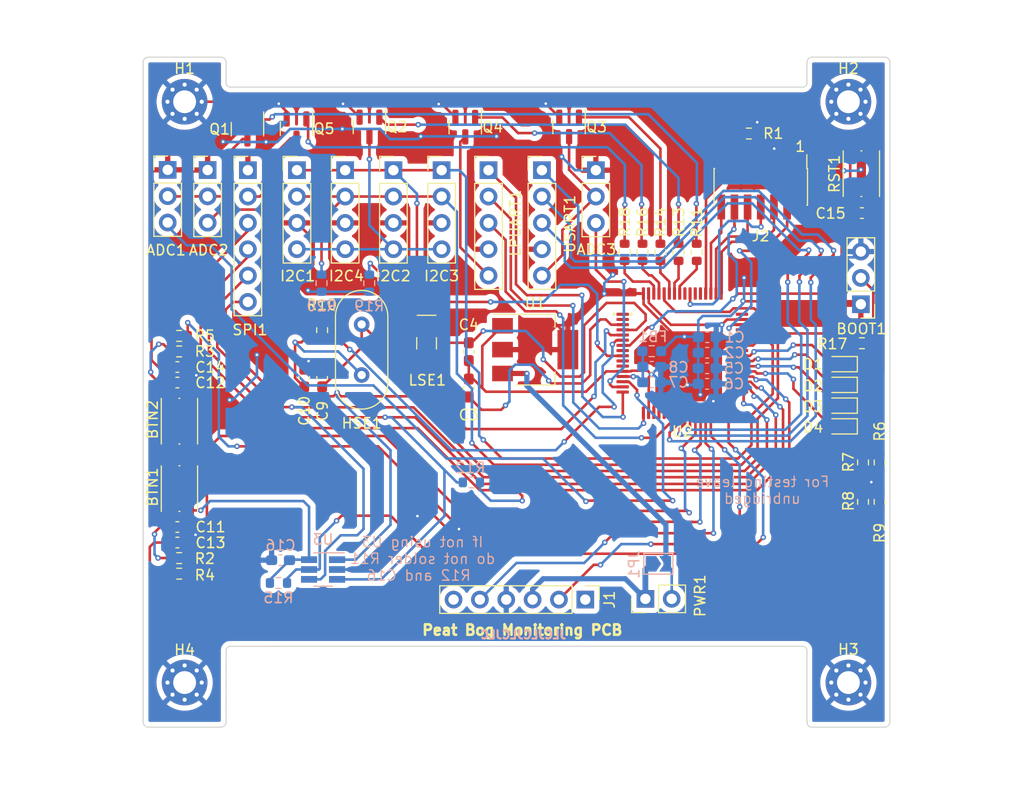
<source format=kicad_pcb>
(kicad_pcb (version 20211014) (generator pcbnew)
  (layers (0 "F.Cu" signal) (31 "B.Cu" signal) (34 "B.Paste" user) (35 "F.Paste" user) (36 "B.SilkS" user "B.Silkscreen") (37 "F.SilkS" user "F.Silkscreen") (38 "B.Mask" user) (39 "F.Mask" user) (44 "Edge.Cuts" user))
  (net 0 "")
  (net 1 "+BATT")
  (net 2 "VDD")
  (net 3 "GND")
  (net 4 "VDDA")
  (net 5 "OSC32_IN")
  (net 6 "OSC32_OUT")
  (net 7 "OSC_IN")
  (net 8 "ADC1_IN5")
  (net 9 "LPUART1_TX")
  (net 10 "LPUART1_RX")
  (net 11 "LPUART_EN")
  (net 12 "Net-(C10-Pad2)")
  (net 13 "B3")
  (net 14 "SCLK")
  (net 15 "MISO")
  (net 16 "MOSI")
  (net 17 "CS")
  (net 18 "TDI")
  (net 19 "TMS")
  (net 20 "TCK")
  (net 22 "TDO")
  (net 23 "ADC12_IN2")
  (net 24 "I2C1_SCL")
  (net 25 "I2C1_SDA")
  (net 26 "NRST")
  (net 27 "BOOT0")
  (net 28 "Net-(BOOT1-Pad2)")
  (net 29 "Net-(BTN1-Pad1)")
  (net 30 "B2")
  (net 31 "OSC_OUT")
  (net 32 "Net-(D1-Pad1)")
  (net 33 "LED1")
  (net 34 "Net-(D2-Pad1)")
  (net 35 "LED2")
  (net 36 "Net-(D3-Pad1)")
  (net 37 "LED3")
  (net 38 "Net-(D4-Pad1)")
  (net 39 "LED4")
  (net 40 "T_VCP_RX")
  (net 41 "T_VCP_TX")
  (net 42 "Net-(BTN2-Pad1)")
  (net 44 "PC13")
  (net 45 "PC0")
  (net 46 "PC2")
  (net 47 "PC3")
  (net 48 "ADC1_IN6")
  (net 49 "PA4")
  (net 50 "PA5")
  (net 51 "PA6")
  (net 52 "USART3_TX")
  (net 53 "USART3_RX")
  (net 54 "USART3_EN")
  (net 55 "PB10")
  (net 56 "PA11")
  (net 57 "PA12")
  (net 59 "PC12")
  (net 60 "PD2")
  (net 61 "PB4")
  (net 62 "PB5")
  (net 63 "PB6")
  (net 64 "PB7")
  (net 65 "PB8")
  (net 66 "PB9")
  (net 67 "ALERT")
  (net 68 "PB11")
  (net 69 "Q1")
  (net 70 "Q3")
  (net 71 "Q2")
  (net 72 "Net-(Q1-Pad1)")
  (net 73 "Net-(Q2-Pad1)")
  (net 74 "Net-(Q3-Pad1)")
  (net 75 "Net-(Q4-Pad1)")
  (net 76 "Q4")
  (net 77 "Net-(Q5-Pad1)")
  (net 78 "Q5")
  (net 82 "Net-(J2-Pad11)")
  (net 84 "Net-(J1-Pad3)")
  (footprint "Connector_PinHeader_2.54mm:PinHeader_1x03_P2.54mm_Vertical" (layer "F.Cu") (at 127.82 54.195)
    (fp_text reference "ADC2")
    (fp_text value "Conn_01x03_Female")
  )
  (footprint "Capacitor_SMD:C_0603_1608Metric_Pad1.08x0.95mm_HandSolder" (layer "F.Cu") (at 153 75.21 -90)
    (fp_text reference "C3")
    (fp_text value "10p")
  )
  (footprint "Connector_PinHeader_2.54mm:PinHeader_1x04_P2.54mm_Vertical" (layer "F.Cu") (at 141.08 54.21)
    (fp_text reference "I2C4")
    (fp_text value "Conn_01x04_Female")
  )
  (footprint "Package_TO_SOT_SMD:SOT-23" (layer "F.Cu") (at 162.67 50.04 -90)
    (fp_text reference "Q3")
    (fp_text value "2N7002K")
  )
  (footprint "Resistor_SMD:R_0603_1608Metric" (layer "F.Cu") (at 191.01 86.185 90)
    (fp_text reference "R8")
    (fp_text value "330")
  )
  (footprint "Resistor_SMD:R_0603_1608Metric" (layer "F.Cu") (at 169.75 62.125 -90)
    (fp_text reference "R16")
    (fp_text value "1k")
  )
  (footprint "Button_Switch_SMD:SW_Push_1P1T_NO_Vertical_Wuerth_434133025816" (layer "F.Cu") (at 125.1 78.41 90)
    (fp_text reference "BTN2")
    (fp_text value "SW_Push")
  )
  (footprint "Connector_PinHeader_2.54mm:PinHeader_1x06_P2.54mm_Vertical" (layer "F.Cu") (at 131.7 54.21)
    (fp_text reference "SPI1")
    (fp_text value "Conn_01x06_Female")
  )
  (footprint "Package_TO_SOT_SMD:SOT-223-3_TabPin2" (layer "F.Cu") (at 159.4 71.51)
    (fp_text reference "U1")
    (fp_text value "AZ1117-3.3")
  )
  (footprint "Custom_Footprints:STM32L412RBT6P_Foot" (layer "F.Cu") (at 173.585 71.9 -90)
    (fp_text reference "U2")
    (fp_text value "STM32L412RBT6P")
  )
  (footprint "Resistor_SMD:R_0603_1608Metric" (layer "F.Cu") (at 125.075 93.11)
    (fp_text reference "R4")
    (fp_text value "1k")
  )
  (footprint "LED_SMD:LED_0603_1608Metric_Pad1.05x0.95mm_HandSolder" (layer "F.Cu") (at 188.8 78.91 180)
    (fp_text reference "D4")
    (fp_text value "LED")
  )
  (footprint "Connector_PinHeader_2.54mm:PinHeader_1x02_P2.54mm_Vertical" (layer "F.Cu") (at 170.025 95.54 90)
    (fp_text reference "PWR1")
    (fp_text value "Conn_01x02_Female")
  )
  (footprint "Connector_PinHeader_2.54mm:PinHeader_1x05_P2.54mm_Vertical" (layer "F.Cu") (at 160.05 54.21)
    (fp_text reference "USART1")
    (fp_text value "Conn_01x05_Female")
  )
  (footprint "Resistor_SMD:R_0603_1608Metric" (layer "F.Cu") (at 174.975 62.125 -90)
    (fp_text reference "R11")
    (fp_text value "1k")
  )
  (footprint "Resistor_SMD:R_0603_1608Metric" (layer "F.Cu") (at 173.225 62.125 -90)
    (fp_text reference "R13")
    (fp_text value "1k")
  )
  (footprint "Capacitor_SMD:C_0603_1608Metric_Pad1.08x0.95mm_HandSolder" (layer "F.Cu") (at 124.9 73.185)
    (fp_text reference "C14")
    (fp_text value "100n")
  )
  (footprint "Resistor_SMD:R_0603_1608Metric" (layer "F.Cu") (at 191.01 82.385 -90)
    (fp_text reference "R7")
    (fp_text value "330")
  )
  (footprint "Button_Switch_SMD:SW_Push_1P1T_NO_Vertical_Wuerth_434133025816" (layer "F.Cu") (at 190.85 54.545 -90)
    (fp_text reference "RST1")
    (fp_text value "SW_Push")
  )
  (footprint "MountingHole:MountingHole_2.2mm_M2_Pad_Via" (layer "F.Cu") (at 189.6 47.61)
    (fp_text reference "H2")
    (fp_text value "MountingHole_Pad")
  )
  (footprint "Capacitor_SMD:C_0603_1608Metric_Pad1.08x0.95mm_HandSolder" (layer "F.Cu") (at 124.9 88.61 180)
    (fp_text reference "C11")
    (fp_text value "10p")
  )
  (footprint "Package_TO_SOT_SMD:SOT-23" (layer "F.Cu") (at 131.66 50.26 -90)
    (fp_text reference "Q1")
    (fp_text value "2N7002K")
  )
  (footprint "Resistor_SMD:R_0603_1608Metric" (layer "F.Cu") (at 192.61 82.385 -90)
    (fp_text reference "R6")
    (fp_text value "330")
  )
  (footprint "Crystal:Crystal_HC49-4H_Vertical" (layer "F.Cu") (at 142.67 73.96 90)
    (fp_text reference "HSE1")
    (fp_text value "Crystal")
  )
  (footprint "Resistor_SMD:R_0603_1608Metric" (layer "F.Cu") (at 125.075 91.61)
    (fp_text reference "R2")
    (fp_text value "100k")
  )
  (footprint "Resistor_SMD:R_0603_1608Metric" (layer "F.Cu") (at 192.61 86.185 90)
    (fp_text reference "R9")
    (fp_text value "330")
  )
  (footprint "Connector_PinHeader_2.54mm:PinHeader_1x03_P2.54mm_Vertical" (layer "F.Cu") (at 123.97 54.175)
    (fp_text reference "ADC1")
    (fp_text value "Conn_01x03_Female")
  )
  (footprint "Button_Switch_SMD:SW_Push_1P1T_NO_Vertical_Wuerth_434133025816" (layer "F.Cu") (at 125.1 84.91 90)
    (fp_text reference "BTN1")
    (fp_text value "SW_Push")
  )
  (footprint "Connector_PinHeader_2.54mm:PinHeader_1x04_P2.54mm_Vertical" (layer "F.Cu") (at 136.43 54.21)
    (fp_text reference "I2C1")
    (fp_text value "Conn_01x04_Female")
  )
  (footprint "MountingHole:MountingHole_2.2mm_M2_Pad_Via" (layer "F.Cu") (at 189.6 103.61)
    (fp_text reference "H3")
    (fp_text value "MountingHole_Pad")
  )
  (footprint "Connector_PinHeader_1.27mm:PinHeader_2x07_P1.27mm_Vertical_SMD" (layer "F.Cu") (at 181.15 55.81 -90)
    (fp_text reference "J2")
    (fp_text value "Conn_02x07_Odd_Even")
  )
  (footprint "Resistor_SMD:R_0603_1608Metric" (layer "F.Cu") (at 125.075 71.685)
    (fp_text reference "R3")
    (fp_text value "100k")
  )
  (footprint "Capacitor_SMD:C_0603_1608Metric_Pad1.08x0.95mm_HandSolder" (layer "F.Cu") (at 124.9 74.685 180)
    (fp_text reference "C12")
    (fp_text value "10p")
  )
  (footprint "MountingHole:MountingHole_2.2mm_M2_Pad_Via" (layer "F.Cu") (at 125.6 47.61)
    (fp_text reference "H1")
    (fp_text value "MountingHole_Pad")
  )
  (footprint "Connector_PinHeader_2.54mm:PinHeader_1x03_P2.54mm_Vertical" (layer "F.Cu") (at 165.25 54.21)
    (fp_text reference "ADC3")
    (fp_text value "Conn_01x03_Female")
  )
  (footprint "MountingHole:MountingHole_2.2mm_M2_Pad_Via" (layer "F.Cu") (at 125.6 103.61)
    (fp_text reference "H4")
    (fp_text value "MountingHole_Pad")
  )
  (footprint "LED_SMD:LED_0603_1608Metric_Pad1.05x0.95mm_HandSolder" (layer "F.Cu") (at 188.8 76.91 180)
    (fp_text reference "D3")
    (fp_text value "LED")
  )
  (footprint "Package_TO_SOT_SMD:SOT-23" (layer "F.Cu") (at 152.66 50.06 -90)
    (fp_text reference "Q4")
    (fp_text value "2N7002K")
  )
  (footprint "Package_TO_SOT_SMD:SOT-23" (layer "F.Cu") (at 136.39 50.2075 -90)
    (fp_text reference "Q5")
    (fp_text value "2N7002K")
  )
  (footprint "Connector_PinHeader_2.54mm:PinHeader_1x06_P2.54mm_Vertical" (layer "F.Cu") (at 164.23 95.61 -90)
    (fp_text reference "J1")
    (fp_text value "Conn_01x06")
  )
  (footprint "Connector_PinHeader_2.54mm:PinHeader_1x03_P2.54mm_Vertical" (layer "F.Cu") (at 190.8 67.135 180)
    (fp_text reference "BOOT1")
    (fp_text value "SW_SPDT")
  )
  (footprint "Connector_PinHeader_2.54mm:PinHeader_1x05_P2.54mm_Vertical" (layer "F.Cu") (at 154.9 54.21)
    (fp_text reference "LPUART1")
    (fp_text value "Conn_01x05_Female")
  )
  (footprint "Resistor_SMD:R_0603_1608Metric" (layer "F.Cu") (at 125.075 70.185)
    (fp_text reference "R5")
    (fp_text value "1k")
  )
  (footprint "LED_SMD:LED_0603_1608Metric_Pad1.05x0.95mm_HandSolder" (layer "F.Cu") (at 188.8 72.91 180)
    (fp_text reference "D1")
    (fp_text value "LED")
  )
  (footprint "Capacitor_SMD:C_0603_1608Metric_Pad1.08x0.95mm_HandSolder" (layer "F.Cu") (at 124.9 90.11)
    (fp_text reference "C13")
    (fp_text value "100n")
  )
  (footprint "Capacitor_SMD:C_0603_1608Metric_Pad1.08x0.95mm_HandSolder" (layer "F.Cu") (at 138.86 74.24 -90)
    (fp_text reference "C9")
    (fp_text value "20p")
  )
  (footprint "Connector_PinHeader_2.54mm:PinHeader_1x04_P2.54mm_Vertical" (layer "F.Cu") (at 150.38 54.21)
    (fp_text reference "I2C3")
    (fp_text value "Conn_01x04_Female")
  )
  (footprint "Resistor_SMD:R_0603_1608Metric" (layer "F.Cu") (at 171.475 62.125 -90)
    (fp_text reference "R14")
    (fp_text value "1k")
  )
  (footprint "Resistor_SMD:R_0603_1608Metric" (layer "F.Cu") (at 190.9 70.895)
    (fp_text reference "R17")
    (fp_text value "10k")
  )
  (footprint "Crystal:Crystal_SMD_MicroCrystal_CC7V-T1A-2Pin_3.2x1.5mm_HandSoldering" (layer "F.Cu") (at 148.93 70.9 -90)
    (fp_text reference "LSE1")
    (fp_text value "Crystal")
  )
  (footprint "Resistor_SMD:R_0603_1608Metric" (layer "F.Cu") (at 180 50.675)
    (fp_text reference "R1")
    (fp_text value "100")
  )
  (footprint "LED_SMD:LED_0603_1608Metric_Pad1.05x0.95mm_HandSolder" (layer "F.Cu") (at 188.8 74.91 180)
    (fp_text reference "D2")
    (fp_text value "LED")
  )
  (footprint "Package_TO_SOT_SMD:SOT-23" (layer "F.Cu") (at 143.42 50.04 -90)
    (fp_text reference "Q2")
    (fp_text value "2N7002K")
  )
  (footprint "Resistor_SMD:R_0603_1608Metric" (layer "F.Cu") (at 168.025 62.125 -90)
    (fp_text reference "R18")
    (fp_text value "1k")
  )
  (footprint "Capacitor_SMD:C_0603_1608Metric_Pad1.08x0.95mm_HandSolder" (layer "F.Cu") (at 190.9 58.345 180)
    (fp_text reference "C15")
    (fp_text value "100n")
  )
  (footprint "Resistor_SMD:R_0603_1608Metric" (layer "F.Cu") (at 138.86 69.63 -90)
    (fp_text reference "R10")
    (fp_text value "390")
  )
  (footprint "Capacitor_SMD:C_0603_1608Metric_Pad1.08x0.95mm_HandSolder" (layer "F.Cu") (at 137.13 74.25 -90)
    (fp_text reference "C10")
    (fp_text value "20p")
  )
  (footprint "Capacitor_SMD:C_0603_1608Metric_Pad1.08x0.95mm_HandSolder" (layer "F.Cu") (at 153 71.71 90)
    (fp_text reference "C4")
    (fp_text value "10p")
  )
  (footprint "Connector_PinHeader_2.54mm:PinHeader_1x04_P2.54mm_Vertical" (layer "F.Cu") (at 145.73 54.21)
    (fp_text reference "I2C2")
    (fp_text value "Conn_01x04_Female")
  )
  (footprint "Capacitor_SMD:C_0603_1608Metric_Pad1.08x0.95mm_HandSolder" (layer "B.Cu") (at 170.64 74.66)
    (fp_text reference "C7")
    (fp_text value "10n")
  )
  (footprint "Capacitor_SMD:C_0603_1608Metric_Pad1.08x0.95mm_HandSolder" (layer "B.Cu") (at 170.64 73.16)
    (fp_text reference "C8")
    (fp_text value "1u")
  )
  (footprint "Capacitor_SMD:C_0603_1608Metric_Pad1.08x0.95mm_HandSolder" (layer "B.Cu") (at 175.9775 73.31)
    (fp_text reference "C5")
    (fp_text value "100n")
  )
  (footprint "Package_TO_SOT_SMD:SOT-23-6_Handsoldering" (layer "B.Cu") (at 138.95 92.71 180)
    (fp_text reference "U3")
    (fp_text value "TMP126EDBVRQ1")
  )
  (footprint "Jumper:SolderJumper-2_P1.3mm_Open_TrianglePad1.0x1.5mm" (layer "B.Cu") (at 171.28 92.16)
    (fp_text reference "JP1")
    (fp_text value "SolderJumper_2_Open")
  )
  (footprint "Resistor_SMD:R_0603_1608Metric_Pad0.98x0.95mm_HandSolder" (layer "B.Cu") (at 170.64 71.66)
    (fp_text reference "FB1")
    (fp_text value "FerriteBead_Small")
  )
  (footprint "Resistor_SMD:R_0603_1608Metric" (layer "B.Cu") (at 143.4 65.1 90)
    (fp_text reference "R19")
    (fp_text value "10k")
  )
  (footprint "Capacitor_SMD:C_0603_1608Metric_Pad1.08x0.95mm_HandSolder" (layer "B.Cu") (at 134.85 91.81 180)
    (fp_text reference "C16")
    (fp_text value "100n")
  )
  (footprint "Resistor_SMD:R_0603_1608Metric" (layer "B.Cu") (at 153.25 84.31)
    (fp_text reference "R12")
    (fp_text value "10k")
  )
  (footprint "Resistor_SMD:R_0603_1608Metric" (layer "B.Cu") (at 134.65 94.01)
    (fp_text reference "R15")
    (fp_text value "10k")
  )
  (footprint "Capacitor_SMD:C_0603_1608Metric_Pad1.08x0.95mm_HandSolder" (layer "B.Cu") (at 175.9775 74.81)
    (fp_text reference "C6")
    (fp_text value "10u")
  )
  (footprint "Resistor_SMD:R_0603_1608Metric" (layer "B.Cu") (at 138.8 65.1 90)
    (fp_text reference "R20")
    (fp_text value "10k")
  )
  (footprint "Capacitor_SMD:C_0603_1608Metric_Pad1.08x0.95mm_HandSolder" (layer "B.Cu") (at 175.99 71.81)
    (fp_text reference "C2")
    (fp_text value "100n")
  )
  (footprint "Capacitor_SMD:C_0603_1608Metric_Pad1.08x0.95mm_HandSolder" (layer "B.Cu") (at 175.99 70.31)
    (fp_text reference "C1")
    (fp_text value "100n")
  )
  (gr_arc (start 129.1 43.31) (mid 129.453553 43.456447) (end 129.6 43.81) (layer "Edge.Cuts") (width 0.1))
  (gr_line (start 134.6 100.11) (end 130.002843 100.112843) (layer "Edge.Cuts") (width 0.1))
  (gr_line (start 121.6 56.11) (end 121.6 54.61) (layer "Edge.Cuts") (width 0.1))
  (gr_line (start 193.1 43.31) (end 186.1 43.31) (layer "Edge.Cuts") (width 0.1))
  (gr_line (start 193.6 50.81) (end 193.6 51.11) (layer "Edge.Cuts") (width 0.1))
  (gr_arc (start 122.1 107.91) (mid 121.746447 107.763553) (end 121.6 107.41) (layer "Edge.Cuts") (width 0.1))
  (gr_arc (start 185.2 100.11) (mid 185.482843 100.227157) (end 185.6 100.51) (layer "Edge.Cuts") (width 0.1))
  (gr_line (start 121.6 50.81) (end 121.6 51.11) (layer "Edge.Cuts") (width 0.1))
  (gr_line (start 121.6 50.81) (end 121.6 43.81) (layer "Edge.Cuts") (width 0.1))
  (gr_arc (start 129.6 107.41) (mid 129.453553 107.763553) (end 129.1 107.91) (layer "Edge.Cuts") (width 0.1))
  (gr_line (start 193.6 95.11) (end 193.6 54.61) (layer "Edge.Cuts") (width 0.1))
  (gr_line (start 121.6 96.61) (end 121.6 100.11) (layer "Edge.Cuts") (width 0.1))
  (gr_line (start 121.6 54.61) (end 121.6 51.11) (layer "Edge.Cuts") (width 0.1))
  (gr_line (start 185.6 45.817157) (end 185.6 43.81) (layer "Edge.Cuts") (width 0.1))
  (gr_arc (start 193.1 43.31) (mid 193.453553 43.456447) (end 193.6 43.81) (layer "Edge.Cuts") (width 0.1))
  (gr_line (start 193.6 95.11) (end 193.6 96.61) (layer "Edge.Cuts") (width 0.1))
  (gr_arc (start 130 46.2) (mid 129.717157 46.082843) (end 129.6 45.8) (layer "Edge.Cuts") (width 0.1))
  (gr_arc (start 186.1 107.91) (mid 185.746447 107.763553) (end 185.6 107.41) (layer "Edge.Cuts") (width 0.1))
  (gr_line (start 186.1 107.91) (end 193.1 107.91) (layer "Edge.Cuts") (width 0.1))
  (gr_line (start 193.6 100.41) (end 193.6 107.41) (layer "Edge.Cuts") (width 0.1))
  (gr_line (start 193.6 54.61) (end 193.6 51.11) (layer "Edge.Cuts") (width 0.1))
  (gr_line (start 134.6 100.11) (end 185.2 100.11) (layer "Edge.Cuts") (width 0.1))
  (gr_line (start 121.6 56.11) (end 121.6 96.61) (layer "Edge.Cuts") (width 0.1))
  (gr_line (start 130 46.2) (end 130.6 46.2) (layer "Edge.Cuts") (width 0.1))
  (gr_line (start 129.6 43.81) (end 129.6 45.8) (layer "Edge.Cuts") (width 0.1))
  (gr_arc (start 193.6 107.41) (mid 193.453553 107.763553) (end 193.1 107.91) (layer "Edge.Cuts") (width 0.1))
  (gr_line (start 129.602843 100.512843) (end 129.6 107.41) (layer "Edge.Cuts") (width 0.1))
  (gr_line (start 185.6 107.41) (end 185.6 100.51) (layer "Edge.Cuts") (width 0.1))
  (gr_line (start 185.2 46.2) (end 130.6 46.2) (layer "Edge.Cuts") (width 0.1))
  (gr_line (start 121.6 107.41) (end 121.6 100.41) (layer "Edge.Cuts") (width 0.1))
  (gr_line (start 193.6 43.81) (end 193.6 50.81) (layer "Edge.Cuts") (width 0.1))
  (gr_line (start 129.1 43.31) (end 122.1 43.31) (layer "Edge.Cuts") (width 0.1))
  (gr_line (start 193.6 96.61) (end 193.6 100.11) (layer "Edge.Cuts") (width 0.1))
  (gr_arc (start 185.6 43.81) (mid 185.746447 43.456447) (end 186.1 43.31) (layer "Edge.Cuts") (width 0.1))
  (gr_arc (start 185.6 45.817157) (mid 185.481758 46.094) (end 185.2 46.2) (layer "Edge.Cuts") (width 0.1))
  (gr_arc (start 121.6 43.81) (mid 121.746447 43.456447) (end 122.1 43.31) (layer "Edge.Cuts") (width 0.1))
  (gr_line (start 121.6 100.41) (end 121.6 100.11) (layer "Edge.Cuts") (width 0.1))
  (gr_line (start 122.1 107.91) (end 129.1 107.91) (layer "Edge.Cuts") (width 0.1))
  (gr_line (start 193.6 100.41) (end 193.6 100.11) (layer "Edge.Cuts") (width 0.1))
  (gr_arc (start 129.602843 100.512843) (mid 129.72 100.23) (end 130.002843 100.112843) (layer "Edge.Cuts") (width 0.1))
  (gr_text "If not using U3 \ndo not solder R11 \nR12 and C16" (at 148.16 91.67) (layer "B.SilkS") (effects (font (size 1 1) (thickness 0.125)) (justify mirror)))
  (gr_text "For testing leave\nunbridged" (at 181.3 85.06) (layer "B.SilkS") (effects (font (size 1 1) (thickness 0.125)) (justify mirror)))
  (gr_text "JLCJLCJLCJLC" (at 158.25 99) (layer "B.SilkS") (effects (font (size 0.8 0.8) (thickness 0.2)) (justify mirror)))
  (gr_text "1" (at 184.96 51.93) (layer "F.SilkS") (effects (font (size 1 1))))
  (gr_text "Peat Bog Monitoring PCB" (at 158.16 98.55) (layer "F.SilkS") (effects (font (size 1 1) (thickness 0.25))))
  (segment (start 158.6 73.81) (end 156.25 73.81) (width 0.5) (layer "F.Cu") (net 1))
  (via (at 158.6 73.81) (size 0.53) (drill 0.25) (layers "F.Cu" "B.Cu") (net 1))
  (segment (start 172.565 92.72) (end 172.565 95.54) (width 0.25) (layer "B.Cu") (net 1))
  (segment (start 158.6 73.81) (end 158.6 74.99) (width 0.5) (layer "B.Cu") (net 1))
  (segment (start 158.6 74.99) (end 172.005 88.395) (width 0.5) (layer "B.Cu") (net 1))
  (segment (start 172.005 92.16) (end 172.565 92.72) (width 0.25) (layer "B.Cu") (net 1))
  (segment (start 172.005 88.395) (end 172.005 92.16) (width 0.5) (layer "B.Cu") (net 1))
  (segment (start 183.69 53.86) (end 183.69 52.36) (width 0.25) (layer "F.Cu") (net 2))
  (segment (start 183.69 52.36) (end 184.3 51.75) (width 0.25) (layer "F.Cu") (net 2))
  (segment (start 169.85 66.11) (end 166.06 66.11) (width 0.25) (layer "F.Cu") (net 2))
  (segment (start 126.2 87.01) (end 126.175 86.985) (width 0.25) (layer "F.Cu") (net 2))
  (segment (start 126.175 76.36) (end 126.175 80.485) (width 0.25) (layer "F.Cu") (net 2))
  (segment (start 167.43 55.7) (end 166.92 56.21) (width 0.25) (layer "F.Cu") (net 2))
  (segment (start 138 60.86) (end 136.43 59.29) (width 0.25) (layer "F.Cu") (net 2))
  (segment (start 173.79 70.26) (end 172.99 70.26) (width 0.25) (layer "F.Cu") (net 2))
  (segment (start 177.35 75.97) (end 177.35 77.61) (width 0.25) (layer "F.Cu") (net 2))
  (segment (start 186.85 52.8) (end 186.85 55.36) (width 0.25) (layer "F.Cu") (net 2))
  (segment (start 175.372 75.808) (end 177.188 75.808) (width 0.25) (layer "F.Cu") (net 2))
  (segment (start 179.44 66.83) (end 179.46 66.85) (width 0.25) (layer "F.Cu") (net 2))
  (segment (start 166.06 66.11) (end 163.02 69.15) (width 0.25) (layer "F.Cu") (net 2))
  (segment (start 179.46 66.85) (end 190.515 66.85) (width 0.25) (layer "F.Cu") (net 2))
  (segment (start 126.175 82.86) (end 126.175 84.985) (width 0.25) (layer "F.Cu") (net 2))
  (segment (start 186.85 55.36) (end 186.85 59.71) (width 0.25) (layer "F.Cu") (net 2))
  (segment (start 126.175 86.985) (end 126.175 84.985) (width 0.25) (layer "F.Cu") (net 2))
  (segment (start 129.94 76.36) (end 126.175 76.36) (width 0.25) (layer "F.Cu") (net 2))
  (segment (start 137.5 63.8) (end 138 63.3) (width 0.25) (layer "F.Cu") (net 2))
  (segment (start 187.8 53.36) (end 188.25 53.36) (width 0.25) (layer "F.Cu") (net 2))
  (segment (start 163.02 69.15) (end 161.506 69.15) (width 0.25) (layer "F.Cu") (net 2))
  (segment (start 160.59 51.55) (end 157.52 51.55) (width 0.25) (layer "F.Cu") (net 2))
  (segment (start 177.188 75.808) (end 177.35 75.97) (width 0.25) (layer "F.Cu") (net 2))
  (segment (start 175.33 75.85) (end 175.372 75.808) (width 0.25) (layer "F.Cu") (net 2))
  (segment (start 166.41 60.68) (end 166.41 63.8) (width 0.25) (layer "F.Cu") (net 2))
  (segment (start 159.146 71.51) (end 156.25 71.51) (width 0.25) (layer "F.Cu") (net 2))
  (segment (start 186.85 54.31) (end 187.8 53.36) (width 0.25) (layer "F.Cu") (net 2))
  (segment (start 137.5 65.8) (end 137.5 63.8) (width 0.25) (layer "F.Cu") (net 2))
  (segment (start 161.95 52.91) (end 160.59 51.55) (width 0.25) (layer "F.Cu") (net 2))
  (segment (start 186.85 59.71) (end 181.98 64.58) (width 0.25) (layer "F.Cu") (net 2))
  (segment (start 173.47 75.53) (end 174.09 74.91) (width 0.25) (layer "F.Cu") (net 2))
  (segment (start 166.41 63.8) (end 166.89 64.28) (width 0.25) (layer "F.Cu") (net 2))
  (segment (start 185.8 51.75) (end 186.85 52.8) (width 0.25) (layer "F.Cu") (net 2))
  (segment (start 169.85 67.12) (end 169.85 66.11) (width 0.25) (layer "F.Cu") (net 2))
  (segment (start 157.52 51.55) (end 156.92 50.95) (width 0.25) (layer "F.Cu") (net 2))
  (segment (start 186.85 55.36) (end 186.85 54.31) (width 0.25) (layer "F.Cu") (net 2))
  (segment (start 156.92 50.95) (end 155.67 50.95) (width 0.25) (layer "F.Cu") (net 2))
  (segment (start 162.55 71.51) (end 162.55 70.194) (width 0.25) (layer "F.Cu") (net 2))
  (segment (start 172.99 70.26) (end 169.85 67.12) (width 0.25) (layer "F.Cu") (net 2))
  (segment (start 161.506 69.15) (end 159.146 71.51) (width 0.25) (layer "F.Cu") (net 2))
  (segment (start 171.87 75.53) (end 173.47 75.53) (width 0.25) (layer "F.Cu") (net 2))
  (segment (start 190.515 66.85) (end 190.8 67.135) (width 0.25) (layer "F.Cu") (net 2))
  (segment (start 162.55 70.194) (end 161.506 69.15) (width 0.25) (layer "F.Cu") (net 2))
  (segment (start 166.92 60.17) (end 166.41 60.68) (width 0.25) (layer "F.Cu") (net 2))
  (segment (start 126.175 80.485) (end 126.175 82.86) (width 0.25) (layer "F.Cu") (net 2))
  (segment (start 170.85 76.55) (end 171.87 75.53) (width 0.25) (layer "F.Cu") (net 2))
  (segment (start 190.8 54.16) (end 190.8 51.76) (width 0.25) (layer "F.Cu") (net 2))
  (segment (start 166.92 56.21) (end 166.92 60.17) (width 0.25) (layer "F.Cu") (net 2))
  (segment (start 188.25 53.36) (end 189.15 54.26) (width 0.25) (layer "F.Cu") (net 2))
  (segment (start 138 63.3) (end 138 60.86) (width 0.25) (layer "F.Cu") (net 2))
  (segment (start 127.82 52.95) (end 129.31 51.46) (width 0.25) (layer "F.Cu") (net 2))
  (segment (start 184.3 51.75) (end 185.8 51.75) (width 0.25) (layer "F.Cu") (net 2))
  (segment (start 127.82 54.195) (end 127.82 52.95) (width 0.25) (layer "F.Cu") (net 2))
  (segment (start 181.98 64.58) (end 179.54 64.58) (width 0.25) (layer "F.Cu") (net 2))
  (segment (start 127.15 87.01) (end 126.2 87.01) (width 0.25) (layer "F.Cu") (net 2))
  (segment (start 170.85 77.61) (end 170.85 76.55) (width 0.25) (layer "F.Cu") (net 2))
  (via (at 179.54 64.58) (size 0.53) (drill 0.25) (layers "F.Cu" "B.Cu") (net 2))
  (via (at 166.89 64.28) (size 0.53) (drill 0.25) (layers "F.Cu" "B.Cu") (net 2))
  (via (at 174.09 74.91) (size 0.53) (drill 0.25) (layers "F.Cu" "B.Cu") (net 2))
  (via (at 137.5 65.8) (size 0.53) (drill 0.25) (layers "F.Cu" "B.Cu") (net 2))
  (via (at 129.31 51.46) (size 0.53) (drill 0.25) (layers "F.Cu" "B.Cu") (net 2))
  (via (at 127.15 87.01) (size 0.53) (drill 0.25) (layers "F.Cu" "B.Cu") (net 2))
  (via (at 190.8 54.16) (size 0.53) (drill 0.25) (layers "F.Cu" "B.Cu") (net 2))
  (via (at 129.94 76.36) (size 0.53) (drill 0.25) (layers "F.Cu" "B.Cu") (net 2))
  (via (at 140.81 50.23) (size 0.53) (drill 0.25) (layers "F.Cu" "B.Cu") (net 2))
  (via (at 175.33 75.85) (size 0.53) (drill 0.25) (layers "F.Cu" "B.Cu") (net 2))
  (via (at 148.37 50.95) (size 0.53) (drill 0.25) (layers "F.Cu" "B.Cu") (net 2))
  (via (at 133.45 51.49) (size 0.53) (drill 0.25) (layers "F.Cu" "B.Cu") (net 2))
  (via (at 166.06 66.11) (size 0.53) (drill 0.25) (layers "F.Cu" "B.Cu") (net 2))
  (via (at 132.57 72.01) (size 0.53) (drill 0.25) (layers "F.Cu" "B.Cu") (net 2))
  (via (at 189.15 54.26) (size 0.53) (drill 0.25) (layers "F.Cu" "B.Cu") (net 2))
  (via (at 155.67 50.95) (size 0.53) (drill 0.25) (layers "F.Cu" "B.Cu") (net 2))
  (via (at 161.95 52.91) (size 0.53) (drill 0.25) (layers "F.Cu" "B.Cu") (net 2))
  (via (at 179.44 66.83) (size 0.53) (drill 0.25) (layers "F.Cu" "B.Cu") (net 2))
  (via (at 173.79 70.26) (size 0.53) (drill 0.25) (layers "F.Cu" "B.Cu") (net 2))
  (segment (start 145.42 51.21) (end 148.11 51.21) (width 0.25) (layer "B.Cu") (net 2))
  (segment (start 179.44 67.07) (end 178.25 68.26) (width 0.25) (layer "B.Cu") (net 2))
  (segment (start 135.7625 91.76) (end 135.7125 91.81) (width 0.25) (layer "B.Cu") (net 2))
  (segment (start 130.24 76.36) (end 132.57 74.03) (width 0.25) (layer "B.Cu") (net 2))
  (segment (start 144.44 50.23) (end 145.42 51.21) (width 0.25) (layer "B.Cu") (net 2))
  (segment (start 175.55 68.26) (end 175.1275 68.6825) (width 0.25) (layer "B.Cu") (net 2))
  (segment (start 148.37 50.95) (end 155.67 50.95) (width 0.25) (layer "B.Cu") (net 2))
  (segment (start 175.115 74.81) (end 175.115 70.3225) (width 0.25) (layer "B.Cu") (net 2))
  (segment (start 129.31 51.46) (end 129.34 51.49) (width 0.25) (layer "B.Cu") (net 2))
  (segment (start 190.7 54.26) (end 190.8 54.16) (width 0.25) (layer "B.Cu") (net 2))
  (segment (start 189.15 54.26) (end 190.7 54.26) (width 0.25) (layer "B.Cu") (net 2))
  (segment (start 178.25 68.26) (end 175.55 68.26) (width 0.25) (layer "B.Cu") (net 2))
  (segment (start 166.06 66.11) (end 166.06 65.11) (width 0.25) (layer "B.Cu") (net 2))
  (segment (start 171.5525 71.71) (end 173.0025 70.26) (width 0.25) (layer "B.Cu") (net 2))
  (segment (start 137.625 65.925) (end 137.5 65.8) (width 0.25) (layer "B.Cu") (net 2))
  (segment (start 175.015 74.91) (end 175.115 74.81) (width 0.25) (layer "B.Cu") (net 2))
  (segment (start 179.44 66.83) (end 179.44 67.07) (width 0.25) (layer "B.Cu") (net 2))
  (segment (start 175.1275 68.6825) (end 175.1275 70.31) (width 0.25) (layer "B.Cu") (net 2))
  (segment (start 128.05 86.11) (end 127.15 87.01) (width 0.25) (layer "B.Cu") (net 2))
  (segment (start 140.81 50.23) (end 144.44 50.23) (width 0.25) (layer "B.Cu") (net 2))
  (segment (start 129.94 76.36) (end 130.24 76.36) (width 0.25) (layer "B.Cu") (net 2))
  (segment (start 132.57 74.03) (end 132.57 72.01) (width 0.25) (layer "B.Cu") (net 2))
  (segment (start 148.11 51.21) (end 148.37 50.95) (width 0.25) (layer "B.Cu") (net 2))
  (segment (start 137.05 86.11) (end 128.05 86.11) (width 0.25) (layer "B.Cu") (net 2))
  (segment (start 138.8 65.925) (end 137.625 65.925) (width 0.25) (layer "B.Cu") (net 2))
  (segment (start 175.0775 70.26) (end 175.1275 70.31) (width 0.25) (layer "B.Cu") (net 2))
  (segment (start 175.115 70.3225) (end 175.1275 70.31) (width 0.25) (layer "B.Cu") (net 2))
  (segment (start 161.95 52.91) (end 163.25 54.21) (width 0.25) (layer "B.Cu") (net 2))
  (segment (start 173.0025 70.26) (end 173.79 70.26) (width 0.25) (layer "B.Cu") (net 2))
  (segment (start 133.825 94.01) (end 133.825 93.6975) (width 0.25) (layer "B.Cu") (net 2))
  (segment (start 129.34 51.49) (end 133.45 51.49) (width 0.25) (layer "B.Cu") (net 2))
  (segment (start 173.79 70.26) (end 175.0775 70.26) (width 0.25) (layer "B.Cu") (net 2))
  (segment (start 133.825 93.6975) (end 135.7125 91.81) (width 0.25) (layer "B.Cu") (net 2))
  (segment (start 137.6 86.66) (end 137.05 86.11) (width 0.25) (layer "B.Cu") (net 2))
  (segment (start 175.33 75.025) (end 175.115 74.81) (width 0.25) (layer "B.Cu") (net 2))
  (segment (start 135.78 50.23) (end 134.52 51.49) (width 0.25) (layer "B.Cu") (net 2))
  (segment (start 137.6 91.76) (end 135.7625 91.76) (width 0.25) (layer "B.Cu") (net 2))
  (segment (start 134.52 51.49) (end 133.45 51.49) (width 0.25) (layer "B.Cu") (net 2))
  (segment (start 179.44 66.83) (end 179.54 66.73) (width 0.25) (layer "B.Cu") (net 2))
  (segment (start 137.6 91.76) (end 137.6 86.66) (width 0.25) (layer "B.Cu") (net 2))
  (segment (start 166.06 65.11) (end 166.89 64.28) (width 0.25) (layer "B.Cu") (net 2))
  (segment (start 174.09 74.91) (end 175.015 74.91) (width 0.25) (layer "B.Cu") (net 2))
  (segment (start 143.4 65.925) (end 138.8 65.925) (width 0.25) (layer "B.Cu") (net 2))
  (segment (start 163.25 54.21) (end 165.25 54.21) (width 0.25) (layer "B.Cu") (net 2))
  (segment (start 175.33 75.85) (end 175.33 75.025) (width 0.25) (layer "B.Cu") (net 2))
  (segment (start 179.54 66.73) (end 179.54 64.58) (width 0.25) (layer "B.Cu") (net 2))
  (segment (start 140.81 50.23) (end 135.78 50.23) (width 0.25) (layer "B.Cu") (net 2))
  (segment (start 192.61 83.21) (end 191.01 83.21) (width 0.25) (layer "F.Cu") (net 3))
  (segment (start 161.72 49.09) (end 161.72 49.1025) (width 0.25) (layer "F.Cu") (net 3))
  (segment (start 148.05 87.56) (end 149.7 87.56) (width 0.25) (layer "F.Cu") (net 3))
  (segment (start 125.7625 74.685) (end 125.7625 73.9725) (width 0.25) (layer "F.Cu") (net 3))
  (segment (start 125.9 91.61) (end 125.9 90.2475) (width 0.25) (layer "F.Cu") (net 3))
  (segment (start 192.61 85.36) (end 192.61 84.285) (width 0.25) (layer "F.Cu") (net 3))
  (segment (start 182.42 53.86) (end 182.42 52.16) (width 0.25) (layer "F.Cu") (net 3))
  (segment (start 190.8 59.3075) (end 191.7625 58.345) (width 0.25) (layer "F.Cu") (net 3))
  (segment (start 170.35 66.115) (end 170.335 66.1) (width 0.25) (layer "F.Cu") (net 3))
  (segment (start 140.87 47.81) (end 141.1775 47.81) (width 0.25) (layer "F.Cu") (net 3))
  (segment (start 191.7625 56.7825) (end 191.925 56.62) (width 0.25) (layer "F.Cu") (net 3))
  (segment (start 153.4375 74.3475) (end 154.3 75.21) (width 0.25) (layer "F.Cu") (net 3))
  (segment (start 192.61 84.285) (end 191.81 84.285) (width 0.25) (layer "F.Cu") (net 3))
  (segment (start 177.89 68.61) (end 177.39 69.11) (width 0.25) (layer "F.Cu") (net 3))
  (segment (start 166.25 73.61) (end 164.29 75.57) (width 0.25) (layer "F.Cu") (net 3))
  (segment (start 179.35 68.61) (end 177.89 68.61) (width 0.25) (layer "F.Cu") (net 3))
  (segment (start 150.95 88.81) (end 152.05 88.81) (width 0.25) (layer "F.Cu") (net 3))
  (segment (start 167.85 73.61) (end 166.25 73.61) (width 0.25) (layer "F.Cu") (net 3))
  (segment (start 191.01 83.21) (end 191.01 85.36) (width 0.25) (layer "F.Cu") (net 3))
  (segment (start 150.4175 47.83) (end 151.71 49.1225) (width 0.25) (layer "F.Cu") (net 3))
  (segment (start 170.35 66.983604) (end 170.35 66.115) (width 0.25) (layer "F.Cu") (net 3))
  (segment (start 168.668754 73.545266) (end 168.60402 73.61) (width 0.25) (layer "F.Cu") (net 3))
  (segment (start 172.483198 69.116802) (end 177.383198 69.116802) (width 0.25) (layer "F.Cu") (net 3))
  (segment (start 125.7625 88.61) (end 125.7625 89.3725) (width 0.25) (layer "F.Cu") (net 3))
  (segment (start 125.7625 89.3725) (end 125.7625 90.11) (width 0.25) (layer "F.Cu") (net 3))
  (segment (start 135.44 48.56) (end 135.44 49.27) (width 0.25) (layer "F.Cu") (net 3))
  (segment (start 154.3 71.16) (end 156.25 69.21) (width 0.25) (layer "F.Cu") (net 3))
  (segment (start 177.383198 69.116802) (end 177.39 69.11) (width 0.25) (layer "F.Cu") (net 3))
  (segment (start 138.86 73.3775) (end 137.14 73.3775) (width 0.25) (layer "F.Cu") (net 3))
  (segment (start 191.7625 58.345) (end 191.7625 56.7825) (width 0.25) (layer "F.Cu") (net 3))
  (segment (start 191.01 85.36) (end 192.61 85.36) (width 0.25) (layer "F.Cu") (net 3))
  (segment (start 125.7625 71.8225) (end 125.9 71.685) (width 0.25) (layer "F.Cu") (net 3))
  (segment (start 190.8 62.055) (end 190.8 59.3075) (width 0.25) (layer "F.Cu") (net 3))
  (segment (start 154.3 75.21) (end 154.3 71.16) (width 0.25) (layer "F.Cu") (net 3))
  (segment (start 125.7625 89.3725) (end 126.6375 89.3725) (width 0.25) (layer "F.Cu") (net 3))
  (segment (start 126.7125 73.9725) (end 126.725 73.985) (width 0.25) (layer "F.Cu") (net 3))
  (segment (start 130.71 49.3225) (end 128.9975 47.61) (width 0.25) (layer "F.Cu") (net 3))
  (segment (start 170.245266 73.545266) (end 168.668754 73.545266) (width 0.25) (layer "F.Cu") (net 3))
  (segment (start 125.9 90.2475) (end 125.7625 90.11) (width 0.25) (layer "F.Cu") (net 3))
  (segment (start 153 74.3475) (end 153.4375 74.3475) (width 0.25) (layer "F.Cu") (net 3))
  (segment (start 154.66 75.57) (end 154.3 75.21) (width 0.25) (layer "F.Cu") (net 3))
  (segment (start 137.55 72.61) (end 137.13 73.03) (width 0.25) (layer "F.Cu") (net 3))
  (segment (start 176.84 76.74) (end 176.84 77.6) (width 0.25) (layer "F.Cu") (net 3))
  (segment (start 125.7625 73.9725) (end 125.7625 71.8225) (width 0.25) (layer "F.Cu") (net 3))
  (segment (start 182.42 52.16) (end 182.45 52.13) (width 0.25) (layer "F.Cu") (net 3))
  (segment (start 180.825 49.6) (end 180.81 49.585) (width 0.25) (layer "F.Cu") (net 3))
  (segment (start 181.15 53.86) (end 182.42 53.86) (width 0.25) (layer "F.Cu") (net 3))
  (segment (start 170.35 66.983604) (end 172.483198 69.116802) (width 0.25) (layer "F.Cu") (net 3))
  (segment (start 170.61 73.91) (end 170.35 74.17) (width 0.25) (layer "F.Cu") (net 3))
  (segment (start 125.7625 73.9725) (end 126.7125 73.9725) (width 0.25) (layer "F.Cu") (net 3))
  (segment (start 176.58 76.48) (end 176.84 76.74) (width 0.25) (layer "F.Cu") (net 3))
  (segment (start 137.13 73.03) (end 137.13 73.3875) (width 0.25) (layer "F.Cu") (net 3))
  (segment (start 168.60402 73.61) (end 167.85 73.61) (width 0.25) (layer "F.Cu") (net 3))
  (segment (start 128.9975 47.61) (end 125.6 47.61) (width 0.25) (layer "F.Cu") (net 3))
  (segment (start 150.1 47.83) (end 150.4175 47.83) (width 0.25) (layer "F.Cu") (net 3))
  (segment (start 141.1775 47.81) (end 142.47 49.1025) (width 0.25) (layer "F.Cu") (net 3))
  (segment (start 126.6375 89.3725) (end 126.65 89.36) (width 0.25) (layer "F.Cu") (net 3))
  (segment (start 170.61 73.91) (end 170.245266 73.545266) (width 0.25) (layer "F.Cu") (net 3))
  (segment (start 153 72.5725) (end 153 74.3475) (width 0.25) (layer "F.Cu") (net 3))
  (segment (start 180.825 50.675) (end 180.825 49.6) (width 0.25) (layer "F.Cu") (net 3))
  (segment (start 134.68 47.8) (end 135.44 48.56) (width 0.25) (layer "F.Cu") (net 3))
  (segment (start 137.14 73.3775) (end 137.13 73.3875) (width 0.25) (layer "F.Cu") (net 3))
  (segment (start 170.35 74.17) (end 170.35 77.61) (width 0.25) (layer "F.Cu") (net 3))
  (segment (start 192.61 84.285) (end 192.61 83.21) (width 0.25) (layer "F.Cu") (net 3))
  (segment (start 160.42 47.79) (end 161.72 49.09) (width 0.25) (layer "F.Cu") (net 3))
  (segment (start 191.925 52.47) (end 191.925 56.62) (width 0.25) (layer "F.Cu") (net 3))
  (segment (start 149.7 87.56) (end 150.95 88.81) (width 0.25) (layer "F.Cu") (net 3))
  (segment (start 164.29 75.57) (end 154.66 75.57) (width 0.25) (layer "F.Cu") (net 3))
  (via (at 177.39 69.11) (size 0.53) (drill 0.25) (layers "F.Cu" "B.Cu") (net 3))
  (via (at 140.87 47.81) (size 0.53) (drill 0.25) (layers "F.Cu" "B.Cu") (net 3))
  (via (at 180.81 49.585) (size 0.53) (drill 0.25) (layers "F.Cu" "B.Cu") (net 3))
  (via (at 150.1 47.83) (size 0.53) (drill 0.25) (layers "F.Cu" "B.Cu") (net 3))
  (via (at 134.68 47.8) (size 0.53) (drill 0.25) (layers "F.Cu" "B.Cu") (net 3))
  (via (at 126.725 73.985) (size 0.53) (drill 0.25) (layers "F.Cu" "B.Cu") (net 3))
  (via (at 160.42 47.79) (size 0.53) (drill 0.25) (layers "F.Cu" "B.Cu") (net 3))
  (via (at 137.55 72.61) (size 0.53) (drill 0.25) (layers "F.Cu" "B.Cu") (net 3))
  (via (at 148.05 87.56) (size 0.53) (drill 0.25) (layers "F.Cu" "B.Cu") (net 3))
  (via (at 182.45 52.13) (size 0.53) (drill 0.25) (layers "F.Cu" "B.Cu") (net 3))
  (via (at 191.81 84.285) (size 0.53) (drill 0.25) (layers "F.Cu" "B.Cu") (net 3))
  (via (at 176.58 76.48) (size 0.53) (drill 0.25) (layers "F.Cu" "B.Cu") (net 3))
  (via (at 126.65 89.36) (size 0.53) (drill 0.25) (layers "F.Cu" "B.Cu") (net 3))
  (via (at 170.61 73.91) (size 0.53) (drill 0.25) (layers "F.Cu" "B.Cu") (net 3))
  (via (at 152.05 88.81) (size 0.53) (drill 0.25) (layers "F.Cu" "B.Cu") (net 3))
  (segment (start 190.245 62.61) (end 190.8 62.055) (width 0.25) (layer "B.Cu") (net 3))
  (segment (start 176.84 74.81) (end 176.84 76.22) (width 0.25) (layer "B.Cu") (net 3))
  (segment (start 177.39 69.7725) (end 176.8525 70.31) (width 0.25) (layer "B.Cu") (net 3))
  (segment (start 180.85 68.23) (end 180.85 65.01) (width 0.25) (layer "B.Cu") (net 3))
  (segment (start 176.84 75.218553) (end 176.84 74.81) (width 0.25) (layer "B.Cu") (net 3))
  (segment (start 176.84 76.22) (end 176.58 76.48) (width 0.25) (layer "B.Cu") (net 3))
  (segment (start 176.8525 74.7975) (end 176.84 74.81) (width 0.25) (layer "B.Cu") (net 3))
  (segment (start 176.8525 70.31) (end 178.77 70.31) (width 0.25) (layer "B.Cu") (net 3))
  (segment (start 178.77 70.31) (end 180.85 68.23) (width 0.25) (layer "B.Cu") (net 3))
  (segment (start 170.61 73.91) (end 171.2475 73.2725) (width 0.25) (layer "B.Cu") (net 3))
  (segment (start 148.05 87.56) (end 142.9 92.71) (width 0.25) (layer "B.Cu") (net 3))
  (segment (start 170.8025 73.91) (end 171.5025 74.61) (width 0.25) (layer "B.Cu") (net 3))
  (segment (start 180.85 65.01) (end 183.25 62.61) (width 0.25) (layer "B.Cu") (net 3))
  (segment (start 176.8525 70.31) (end 176.8525 74.7975) (width 0.25) (layer "B.Cu") (net 3))
  (segment (start 183.25 62.61) (end 190.245 62.61) (width 0.25) (layer "B.Cu") (net 3))
  (segment (start 142.9 92.71) (end 140.3 92.71) (width 0.25) (layer "B.Cu") (net 3))
  (segment (start 177.39 69.11) (end 177.39 69.7725) (width 0.25) (layer "B.Cu") (net 3))
  (segment (start 171.2475 73.2725) (end 171.39 73.2725) (width 0.25) (layer "B.Cu") (net 3))
  (segment (start 170.61 73.91) (end 170.8025 73.91) (width 0.25) (layer "B.Cu") (net 3))
  (segment (start 168.86 74.11) (end 167.85 74.11) (width 0.25) (layer "F.Cu") (net 4))
  (via (at 168.86 74.11) (size 0.53) (drill 0.25) (layers "F.Cu" "B.Cu") (net 4))
  (segment (start 169.7775 73.16) (end 169.7775 71.76) (width 0.25) (layer "B.Cu") (net 4))
  (segment (start 169.7775 71.76) (end 169.7275 71.71) (width 0.25) (layer "B.Cu") (net 4))
  (segment (start 169.2775 74.11) (end 169.7775 74.61) (width 0.25) (layer "B.Cu") (net 4))
  (segment (start 168.86 74.11) (end 169.2775 74.11) (width 0.25) (layer "B.Cu") (net 4))
  (segment (start 169.7775 74.61) (end 169.7775 73.16) (width 0.25) (layer "B.Cu") (net 4))
  (segment (start 156.12 77.31) (end 154.2375 77.31) (width 0.25) (layer "F.Cu") (net 5))
  (segment (start 164.71 69.58) (end 165.69 68.6) (width 0.25) (layer "F.Cu") (net 5))
  (segment (start 165.69 68.6) (end 166.21 68.6) (width 0.25) (layer "F.Cu") (net 5))
  (segment (start 148.93 73.87) (end 148.93 72.525) (width 0.25) (layer "F.Cu") (net 5))
  (segment (start 163.92 74.77) (end 164.71 73.98) (width 0.25) (layer "F.Cu") (net 5))
  (segment (start 160.7 74.51) (end 160.96 74.77) (width 0.25) (layer "F.Cu") (net 5))
  (segment (start 164.71 73.98) (end 164.71 69.58) (width 0.25) (layer "F.Cu") (net 5))
  (segment (start 167.825 69.11) (end 167.835 69.1) (width 0.25) (layer "F.Cu") (net 5))
  (segment (start 151.1325 76.0725) (end 148.93 73.87) (width 0.25) (layer "F.Cu") (net 5))
  (segment (start 166.72 69.11) (end 167.825 69.11) (width 0.25) (layer "F.Cu") (net 5))
  (segment (start 166.21 68.6) (end 166.72 69.11) (width 0.25) (layer "F.Cu") (net 5))
  (segment (start 154.2375 77.31) (end 153 76.0725) (width 0.25) (layer "F.Cu") (net 5))
  (segment (start 156.54 76.89) (end 156.12 77.31) (width 0.25) (layer "F.Cu") (net 5))
  (segment (start 153 76.0725) (end 151.1325 76.0725) (width 0.25) (layer "F.Cu") (net 5))
  (segment (start 160.96 74.77) (end 163.92 74.77) (width 0.25) (layer "F.Cu") (net 5))
  (via (at 156.54 76.89) (size 0.53) (drill 0.25) (layers "F.Cu" "B.Cu") (net 5))
  (via (at 160.7 74.51) (size 0.53) (drill 0.25) (layers "F.Cu" "B.Cu") (net 5))
  (segment (start 157.47 72.96) (end 159.25 72.96) (width 0.25) (layer "B.Cu") (net 5))
  (segment (start 160.7 74.41) (end 160.7 74.51) (width 0.25) (layer "B.Cu") (net 5))
  (segment (start 159.25 72.96) (end 160.7 74.41) (width 0.25) (layer "B.Cu") (net 5))
  (segment (start 156.92 76.51) (end 156.92 73.51) (width 0.25) (layer "B.Cu") (net 5))
  (segment (start 156.92 73.51) (end 157.47 72.96) (width 0.25) (layer "B.Cu") (net 5))
  (segment (start 156.54 76.89) (end 156.92 76.51) (width 0.25) (layer "B.Cu") (net 5))
  (segment (start 168.95 67.01) (end 170.05 68.11) (width 0.25) (layer "F.Cu") (net 6))
  (segment (start 170.05 68.11) (end 170.05 68.71) (width 0.25) (layer "F.Cu") (net 6))
  (segment (start 153 70.8475) (end 153.2625 70.8475) (width 0.25) (layer "F.Cu") (net 6))
  (segment (start 160.18 72.46) (end 161.83 74.11) (width 0.25) (layer "F.Cu") (net 6))
  (segment (start 161.83 74.11) (end 163.7 74.11) (width 0.25) (layer "F.Cu") (net 6))
  (segment (start 170.05 68.71) (end 169.15 69.61) (width 0.25) (layer "F.Cu") (net 6))
  (segment (start 153.2625 70.8475) (end 154.4 69.71) (width 0.25) (layer "F.Cu") (net 6))
  (segment (start 166.28 67.01) (end 168.95 67.01) (width 0.25) (layer "F.Cu") (net 6))
  (segment (start 163.7 74.11) (end 164.11 73.7) (width 0.25) (layer "F.Cu") (net 6))
  (segment (start 164.11 69.18) (end 166.28 67.01) (width 0.25) (layer "F.Cu") (net 6))
  (segment (start 153 70.8475) (end 150.7875 70.8475) (width 0.25) (layer "F.Cu") (net 6))
  (segment (start 169.15 69.61) (end 167.85 69.61) (width 0.25) (layer "F.Cu") (net 6))
  (segment (start 164.11 73.7) (end 164.11 69.18) (width 0.25) (layer "F.Cu") (net 6))
  (segment (start 150.7875 70.8475) (end 149 69.06) (width 0.25) (layer "F.Cu") (net 6))
  (via (at 160.18 72.46) (size 0.53) (drill 0.25) (layers "F.Cu" "B.Cu") (net 6))
  (via (at 154.4 69.71) (size 0.53) (drill 0.25) (layers "F.Cu" "B.Cu") (net 6))
  (segment (start 160.18 72.46) (end 160.18 71.39) (width 0.25) (layer "B.Cu") (net 6))
  (segment (start 158.5 69.71) (end 154.4 69.71) (width 0.25) (layer "B.Cu") (net 6))
  (segment (start 160.18 71.39) (end 158.5 69.71) (width 0.25) (layer "B.Cu") (net 6))
  (segment (start 152.76 79.17) (end 142.67 69.08) (width 0.25) (layer "F.Cu") (net 7))
  (segment (start 166.67 70.11) (end 167.85 70.11) (width 0.25) (layer "F.Cu") (net 7))
  (segment (start 142.67 71.2925) (end 138.86 75.1025) (width 0.25) (layer "F.Cu") (net 7))
  (segment (start 142.67 69.08) (end 142.67 71.2925) (width 0.25) (layer "F.Cu") (net 7))
  (segment (start 166.27 69.71) (end 166.67 70.11) (width 0.25) (layer "F.Cu") (net 7))
  (segment (start 165.07 76.02) (end 161.92 79.17) (width 0.25) (layer "F.Cu") (net 7))
  (segment (start 161.92 79.17) (end 152.76 79.17) (width 0.25) (layer "F.Cu") (net 7))
  (via (at 166.27 69.71) (size 0.53) (drill 0.25) (layers "F.Cu" "B.Cu") (net 7))
  (via (at 165.07 76.02) (size 0.53) (drill 0.25) (layers "F.Cu" "B.Cu") (net 7))
  (segment (start 165.07 76.02) (end 165.22 75.87) (width 0.25) (layer "B.Cu") (net 7))
  (segment (start 166.15 69.83) (end 166.27 69.71) (width 0.25) (layer "B.Cu") (net 7))
  (segment (start 165.22 72.72) (end 166.15 71.79) (width 0.25) (layer "B.Cu") (net 7))
  (segment (start 165.22 75.87) (end 165.22 72.72) (width 0.25) (layer "B.Cu") (net 7))
  (segment (start 166.15 71.79) (end 166.15 69.83) (width 0.25) (layer "B.Cu") (net 7))
  (segment (start 169.22 75.39) (end 168.44 74.61) (width 0.25) (layer "F.Cu") (net 8))
  (segment (start 168.44 74.61) (end 167.85 74.61) (width 0.25) (layer "F.Cu") (net 8))
  (segment (start 164.36 86.07) (end 172.66 86.07) (width 0.25) (layer "F.Cu") (net 8))
  (segment (start 169.22 75.91) (end 169.22 75.39) (width 0.25) (layer "F.Cu") (net 8))
  (segment (start 164.29 86.14) (end 164.36 86.07) (width 0.25) (layer "F.Cu") (net 8))
  (via (at 164.29 86.14) (size 0.53) (drill 0.25) (layers "F.Cu" "B.Cu") (net 8))
  (via (at 172.66 86.07) (size 0.53) (drill 0.25) (layers "F.Cu" "B.Cu") (net 8))
  (via (at 169.22 75.91) (size 0.53) (drill 0.25) (layers "F.Cu" "B.Cu") (net 8))
  (segment (start 171.73 85.14) (end 171.73 78.7) (width 0.25) (layer "B.Cu") (net 8))
  (segment (start 137.472 74.962) (end 130.13 67.62) (width 0.25) (layer "B.Cu") (net 8))
  (segment (start 130.13 63.49) (end 128.1 61.46) (width 0.25) (layer "B.Cu") (net 8))
  (segment (start 130.13 67.62) (end 130.13 63.49) (width 0.25) (layer "B.Cu") (net 8))
  (segment (start 150.85 82.01) (end 143.802 74.962) (width 0.25) (layer "B.Cu") (net 8))
  (segment (start 171.73 78.7) (end 169.22 76.19) (width 0.25) (layer "B.Cu") (net 8))
  (segment (start 164.29 86.14) (end 160.16 82.01) (width 0.25) (layer "B.Cu") (net 8))
  (segment (start 128.1 61.46) (end 125.81 61.46) (width 0.25) (layer "B.Cu") (net 8))
  (segment (start 125.81 61.46) (end 123.97 59.62) (width 0.25) (layer "B.Cu") (net 8))
  (segment (start 172.66 86.07) (end 171.73 85.14) (width 0.25) (layer "B.Cu") (net 8))
  (segment (start 143.802 74.962) (end 137.472 74.962) (width 0.25) (layer "B.Cu") (net 8))
  (segment (start 160.16 82.01) (end 150.85 82.01) (width 0.25) (layer "B.Cu") (net 8))
  (segment (start 169.22 76.19) (end 169.22 75.91) (width 0.25) (layer "B.Cu") (net 8))
  (segment (start 123.97 59.62) (end 123.97 59.255) (width 0.25) (layer "B.Cu") (net 8))
  (segment (start 157.55 65.21) (end 157.55 56.86) (width 0.25) (layer "F.Cu") (net 9))
  (segment (start 157.55 56.86) (end 154.9 54.21) (width 0.25) (layer "F.Cu") (net 9))
  (segment (start 167.85 77.99) (end 167.85 75.61) (width 0.25) (layer "F.Cu") (net 9))
  (segment (start 167.87 78.01) (end 167.85 77.99) (width 0.25) (layer "F.Cu") (net 9))
  (segment (start 163.89 66.26) (end 158.6 66.26) (width 0.25) (layer "F.Cu") (net 9))
  (segment (start 158.6 66.26) (end 157.55 65.21) (width 0.25) (layer "F.Cu") (net 9))
  (via (at 167.87 78.01) (size 0.53) (drill 0.25) (layers "F.Cu" "B.Cu") (net 9))
  (via (at 163.89 66.26) (size 0.53) (drill 0.25) (layers "F.Cu" "B.Cu") (net 9))
  (segment (start 163.95 76.04) (end 165.92 78.01) (width 0.25) (layer "B.Cu") (net 9))
  (segment (start 163.89 66.26) (end 163.95 66.32) (width 0.25) (layer "B.Cu") (net 9))
  (segment (start 165.92 78.01) (end 167.87 78.01) (width 0.25) (layer "B.Cu") (net 9))
  (segment (start 163.95 66.32) (end 163.95 76.04) (width 0.25) (layer "B.Cu") (net 9))
  (segment (start 163.03 67.26) (end 158.6 67.26) (width 0.25) (layer "F.Cu") (net 10))
  (segment (start 158.6 67.26) (end 157.05 65.71) (width 0.25) (layer "F.Cu") (net 10))
  (segment (start 157.05 65.71) (end 157.05 58.9) (width 0.25) (layer "F.Cu") (net 10))
  (segment (start 157.05 58.9) (end 154.9 56.75) (width 0.25) (layer "F.Cu") (net 10))
  (segment (start 169.85 78.61) (end 169.85 77.61) (width 0.25) (layer "F.Cu") (net 10))
  (via (at 169.85 78.61) (size 0.53) (drill 0.25) (layers "F.Cu" "B.Cu") (net 10))
  (via (at 163.03 67.26) (size 0.53) (drill 0.25) (layers "F.Cu" "B.Cu") (net 10))
  (segment (start 163.07 67.3) (end 163.07 76.61) (width 0.25) (layer "B.Cu") (net 10))
  (segment (start 169.35 79.11) (end 169.85 78.61) (width 0.25) (layer "B.Cu") (net 10))
  (segment (start 165.57 79.11) (end 169.35 79.11) (width 0.25) (layer "B.Cu") (net 10))
  (segment (start 163.07 76.61) (end 165.57 79.11) (width 0.25) (layer "B.Cu") (net 10))
  (segment (start 163.03 67.26) (end 163.07 67.3) (width 0.25) (layer "B.Cu") (net 10))
  (segment (start 158.45 67.81) (end 156.55 65.91) (width 0.25) (layer "F.Cu") (net 11))
  (segment (start 169.65 80.01) (end 170.987448 80.01) (width 0.25) (layer "F.Cu") (net 11))
  (segment (start 161.41 67.81) (end 158.45 67.81) (width 0.25) (layer "F.Cu") (net 11))
  (segment (start 172.85 78.147448) (end 172.85 77.61) (width 0.25) (layer "F.Cu") (net 11))
  (segment (start 170.987448 80.01) (end 172.85 78.147448) (width 0.25) (layer "F.Cu") (net 11))
  (segment (start 161.77 68.17) (end 161.41 67.81) (width 0.25) (layer "F.Cu") (net 11))
  (segment (start 156.55 65.91) (end 156.55 60.94) (width 0.25) (layer "F.Cu") (net 11))
  (segment (start 156.55 60.94) (end 154.9 59.29) (width 0.25) (layer "F.Cu") (net 11))
  (via (at 169.65 80.01) (size 0.53) (drill 0.25) (layers "F.Cu" "B.Cu") (net 11))
  (via (at 161.77 68.17) (size 0.53) (drill 0.25) (layers "F.Cu" "B.Cu") (net 11))
  (segment (start 162.1 68.5) (end 162.1 76.89) (width 0.25) (layer "B.Cu") (net 11))
  (segment (start 165.22 80.01) (end 169.65 80.01) (width 0.25) (layer "B.Cu") (net 11))
  (segment (start 161.77 68.17) (end 162.1 68.5) (width 0.25) (layer "B.Cu") (net 11))
  (segment (start 162.1 76.89) (end 165.22 80.01) (width 0.25) (layer "B.Cu") (net 11))
  (segment (start 136.25 70.81) (end 136.25 74.24) (width 0.25) (layer "F.Cu") (net 12))
  (segment (start 137.1225 75.1125) (end 137.13 75.1125) (width 0.25) (layer "F.Cu") (net 12))
  (segment (start 136.25 74.24) (end 137.1225 75.1125) (width 0.25) (layer "F.Cu") (net 12))
  (segment (start 136.855 70.81) (end 138.86 68.805) (width 0.25) (layer "F.Cu") (net 12))
  (segment (start 136.25 70.81) (end 136.855 70.81) (width 0.25) (layer "F.Cu") (net 12))
  (via (at 136.25 70.81) (size 0.53) (drill 0.25) (layers "F.Cu" "B.Cu") (net 12))
  (segment (start 137.125 71.685) (end 140.395 71.685) (width 0.25) (layer "B.Cu") (net 12))
  (segment (start 136.25 70.81) (end 137.125 71.685) (width 0.25) (layer "B.Cu") (net 12))
  (segment (start 140.395 71.685) (end 142.67 73.96) (width 0.25) (layer "B.Cu") (net 12))
  (segment (start 174.25 87.23) (end 174.08 87.06) (width 0.25) (layer "F.Cu") (net 13))
  (segment (start 174.85 79.66) (end 174.85 77.61) (width 0.25) (layer "F.Cu") (net 13))
  (segment (start 152.125 87.06) (end 144.9 79.835) (width 0.25) (layer "F.Cu") (net 13))
  (segment (start 122.935 94.035) (end 122.24 93.34) (width 0.25) (layer "F.Cu") (net 13))
  (segment (start 125.9 93.11) (end 124.975 94.035) (width 0.25) (layer "F.Cu") (net 13))
  (segment (start 122.66 90.11) (end 124.0375 90.11) (width 0.25) (layer "F.Cu") (net 13))
  (segment (start 173.48 81.03) (end 174.85 79.66) (width 0.25) (layer "F.Cu") (net 13))
  (segment (start 127.75 91.26) (end 125.9 93.11) (width 0.25) (layer "F.Cu") (net 13))
  (segment (start 129.075 79.835) (end 127.75 81.16) (width 0.25) (layer "F.Cu") (net 13))
  (segment (start 122.24 90.53) (end 122.66 90.11) (width 0.25) (layer "F.Cu") (net 13))
  (segment (start 127.75 81.16) (end 127.75 91.26) (width 0.25) (layer "F.Cu") (net 13))
  (segment (start 122.24 93.34) (end 122.24 90.53) (width 0.25) (layer "F.Cu") (net 13))
  (segment (start 144.9 79.835) (end 129.075 79.835) (width 0.25) (layer "F.Cu") (net 13))
  (segment (start 174.08 87.06) (end 152.125 87.06) (width 0.25) (layer "F.Cu") (net 13))
  (segment (start 124.975 94.035) (end 122.935 94.035) (width 0.25) (layer "F.Cu") (net 13))
  (via (at 173.48 81.03) (size 0.53) (drill 0.25) (layers "F.Cu" "B.Cu") (net 13))
  (via (at 174.25 87.23) (size 0.53) (drill 0.25) (layers "F.Cu" "B.Cu") (net 13))
  (segment (start 173.48 81.03) (end 173.85 81.4) (width 0.25) (layer "B.Cu") (net 13))
  (segment (start 173.85 81.4) (end 173.85 86.83) (width 0.25) (layer "B.Cu") (net 13))
  (segment (start 173.85 86.83) (end 174.25 87.23) (width 0.25) (layer "B.Cu") (net 13))
  (segment (start 180.187 75.389552) (end 179.907448 75.11) (width 0.25) (layer "F.Cu") (net 14))
  (segment (start 180.5 75.78) (end 180.187 75.467) (width 0.25) (layer "F.Cu") (net 14))
  (segment (start 135.93 77.05) (end 134.49 77.05) (width 0.25) (layer "F.Cu") (net 14))
  (segment (start 179.907448 75.11) (end 179.35 75.11) (width 0.25) (layer "F.Cu") (net 14))
  (segment (start 179.8 83.81) (end 182.6 81.01) (width 0.25) (layer "F.Cu") (net 14))
  (segment (start 128.75 71.31) (end 128.75 67.32) (width 0.25) (layer "F.Cu") (net 14))
  (segment (start 135.93 77.05) (end 135.95 77.07) (width 0.25) (layer "F.Cu") (net 14))
  (segment (start 147.66 77.07) (end 154.4 83.81) (width 0.25) (layer "F.Cu") (net 14))
  (segment (start 180.187 75.467) (end 180.187 75.389552) (width 0.25) (layer "F.Cu") (net 14))
  (segment (start 135.95 77.07) (end 147.66 77.07) (width 0.25) (layer "F.Cu") (net 14))
  (segment (start 182.6 81.01) (end 182.6 77.81) (width 0.25) (layer "F.Cu") (net 14))
  (segment (start 134.49 77.05) (end 128.75 71.31) (width 0.25) (layer "F.Cu") (net 14))
  (segment (start 180.5 76.01) (end 180.5 75.78) (width 0.25) (layer "F.Cu") (net 14))
  (segment (start 128.75 67.32) (end 131.7 64.37) (width 0.25) (layer "F.Cu") (net 14))
  (segment (start 154.4 83.81) (end 179.8 83.81) (width 0.25) (layer "F.Cu") (net 14))
  (via (at 135.93 77.05) (size 0.53) (drill 0.25) (layers "F.Cu" "B.Cu") (net 14))
  (via (at 182.6 77.81) (size 0.53) (drill 0.25) (layers "F.Cu" "B.Cu") (net 14))
  (via (at 180.5 76.01) (size 0.53) (drill 0.25) (layers "F.Cu" "B.Cu") (net 14))
  (segment (start 136.89 77.05) (end 142.85 83.01) (width 0.25) (layer "B.Cu") (net 14))
  (segment (start 140.65 89.41) (end 139.15 90.91) (width 0.25) (layer "B.Cu") (net 14))
  (segment (start 139.15 90.91) (end 139.15 93.21) (width 0.25) (layer "B.Cu") (net 14))
  (segment (start 142.25 89.41) (end 140.65 89.41) (width 0.25) (layer "B.Cu") (net 14))
  (segment (start 182.6 77.81) (end 180.8 76.01) (width 0.25) (layer "B.Cu") (net 14))
  (segment (start 180.8 76.01) (end 180.5 76.01) (width 0.25) (layer "B.Cu") (net 14))
  (segment (start 142.85 83.01) (end 142.85 88.81) (width 0.25) (layer "B.Cu") (net 14))
  (segment (start 135.93 77.05) (end 136.89 77.05) (width 0.25) (layer "B.Cu") (net 14))
  (segment (start 139.15 93.21) (end 138.7 93.66) (width 0.25) (layer "B.Cu") (net 14))
  (segment (start 142.85 88.81) (end 142.25 89.41) (width 0.25) (layer "B.Cu") (net 14))
  (segment (start 138.7 93.66) (end 137.6 93.66) (width 0.25) (layer "B.Cu") (net 14))
  (segment (start 147.82 78.03) (end 154.25 84.46) (width 0.25) (layer "F.Cu") (net 15))
  (segment (start 183.3 77.31) (end 183 77.01) (width 0.25) (layer "F.Cu") (net 15))
  (segment (start 144.93 78.03) (end 134.32 78.03) (width 0.25) (layer "F.Cu") (net 15))
  (segment (start 127.95 71.66) (end 127.95 66.32) (width 0.25) (layer "F.Cu") (net 15))
  (segment (start 131.7 62.57) (end 131.7 61.83) (width 0.25) (layer "F.Cu") (net 15))
  (segment (start 134.32 78.03) (end 127.95 71.66) (width 0.25) (layer "F.Cu") (net 15))
  (segment (start 154.25 84.46) (end 179.95 84.46) (width 0.25) (layer "F.Cu") (net 15))
  (segment (start 181.2 75.21) (end 180.768851 75.21) (width 0.25) (layer "F.Cu") (net 15))
  (segment (start 180.768851 75.21) (end 180.168851 74.61) (width 0.25) (layer "F.Cu") (net 15))
  (segment (start 179.95 84.46) (end 183.3 81.11) (width 0.25) (layer "F.Cu") (net 15))
  (segment (start 144.93 78.03) (end 147.82 78.03) (width 0.25) (layer "F.Cu") (net 15))
  (segment (start 127.95 66.32) (end 131.7 62.57) (width 0.25) (layer "F.Cu") (net 15))
  (segment (start 183.3 81.11) (end 183.3 77.31) (width 0.25) (layer "F.Cu") (net 15))
  (segment (start 180.168851 74.61) (end 179.35 74.61) (width 0.25) (layer "F.Cu") (net 15))
  (via (at 181.2 75.21) (size 0.53) (drill 0.25) (layers "F.Cu" "B.Cu") (net 15))
  (via (at 144.93 78.03) (size 0.53) (drill 0.25) (layers "F.Cu" "B.Cu") (net 15))
  (via (at 183 77.01) (size 0.53) (drill 0.25) (layers "F.Cu" "B.Cu") (net 15))
  (segment (start 181.2 75.21) (end 183 77.01) (width 0.25) (layer "B.Cu") (net 15))
  (segment (start 150.65 87.56) (end 144.55 93.66) (width 0.25) (layer "B.Cu") (net 15))
  (segment (start 144.55 93.66) (end 140.3 93.66) (width 0.25) (layer "B.Cu") (net 15))
  (segment (start 150.65 83.11) (end 151.85 84.31) (width 0.25) (layer "B.Cu") (net 15))
  (segment (start 150.65 83.11) (end 145.57 78.03) (width 0.25) (layer "B.Cu") (net 15))
  (segment (start 150.65 83.11) (end 150.65 87.56) (width 0.25) (layer "B.Cu") (net 15))
  (segment (start 145.57 78.03) (end 144.93 78.03) (width 0.25) (layer "B.Cu") (net 15))
  (segment (start 151.85 84.31) (end 152.425 84.31) (width 0.25) (layer "B.Cu") (net 15))
  (segment (start 180.7 74.41) (end 180.4 74.11) (width 0.25) (layer "F.Cu") (net 16))
  (segment (start 180.4 74.11) (end 179.35 74.11) (width 0.25) (layer "F.Cu") (net 16))
  (segment (start 158.15 86.08) (end 158.15 85.61) (width 0.25) (layer "F.Cu") (net 16))
  (segment (start 127.15 71.96) (end 127.15 64.61) (width 0.25) (layer "F.Cu") (net 16))
  (segment (start 158.15 85.61) (end 157.6 85.06) (width 0.25) (layer "F.Cu") (net 16))
  (segment (start 127.15 64.61) (end 131.7 60.06) (width 0.25) (layer "F.Cu") (net 16))
  (segment (start 134.27 79.08) (end 127.15 71.96) (width 0.25) (layer "F.Cu") (net 16))
  (segment (start 183.56 76.28) (end 183.9 76.62) (width 0.25) (layer "F.Cu") (net 16))
  (segment (start 131.7 60.06) (end 131.7 59.29) (width 0.25) (layer "F.Cu") (net 16))
  (segment (start 183.9 81.96) (end 180.8 85.06) (width 0.25) (layer "F.Cu") (net 16))
  (segment (start 183.9 76.62) (end 183.9 81.96) (width 0.25) (layer "F.Cu") (net 16))
  (segment (start 154.05 85.06) (end 148.07 79.08) (width 0.25) (layer "F.Cu") (net 16))
  (segment (start 148.07 79.08) (end 134.27 79.08) (width 0.25) (layer "F.Cu") (net 16))
  (segment (start 180.8 85.06) (end 154.05 85.06) (width 0.25) (layer "F.Cu") (net 16))
  (via (at 183.56 76.28) (size 0.53) (drill 0.25) (layers "F.Cu" "B.Cu") (net 16))
  (via (at 180.7 74.41) (size 0.53) (drill 0.25) (layers "F.Cu" "B.Cu") (net 16))
  (via (at 158.15 86.08) (size 0.53) (drill 0.25) (layers "F.Cu" "B.Cu") (net 16))
  (segment (start 183.56 76.28) (end 181.69 74.41) (width 0.25) (layer "B.Cu") (net 16))
  (segment (start 155.12 86.08) (end 154.075 85.035) (width 0.25) (layer "B.Cu") (net 16))
  (segment (start 181.69 74.41) (end 180.7 74.41) (width 0.25) (layer "B.Cu") (net 16))
  (segment (start 154.075 85.035) (end 154.075 84.31) (width 0.25) (layer "B.Cu") (net 16))
  (segment (start 158.15 86.08) (end 155.12 86.08) (width 0.25) (layer "B.Cu") (net 16))
  (segment (start 179.5 75.76) (end 179.35 75.61) (width 0.25) (layer "F.Cu") (net 17))
  (segment (start 129.55 71.06) (end 129.55 67.66) (width 0.25) (layer "F.Cu") (net 17))
  (segment (start 140.3 75.65) (end 139.94 76.01) (width 0.25) (layer "F.Cu") (net 17))
  (segment (start 179.6 83.21) (end 181.74 81.07) (width 0.25) (layer "F.Cu") (net 17))
  (segment (start 139.94 76.01) (end 134.5 76.01) (width 0.25) (layer "F.Cu") (net 17))
  (segment (start 134.5 76.01) (end 129.55 71.06) (width 0.25) (layer "F.Cu") (net 17))
  (segment (start 130.3 66.91) (end 131.7 66.91) (width 0.25) (layer "F.Cu") (net 17))
  (segment (start 181.74 81.07) (end 181.74 78.28) (width 0.25) (layer "F.Cu") (net 17))
  (segment (start 154.6 83.21) (end 179.6 83.21) (width 0.25) (layer "F.Cu") (net 17))
  (segment (start 147.4 76.01) (end 154.6 83.21) (width 0.25) (layer "F.Cu") (net 17))
  (segment (start 179.5 76.71) (end 179.5 75.76) (width 0.25) (layer "F.Cu") (net 17))
  (segment (start 129.55 67.66) (end 130.3 66.91) (width 0.25) (layer "F.Cu") (net 17))
  (segment (start 140.66 76.01) (end 147.4 76.01) (width 0.25) (layer "F.Cu") (net 17))
  (segment (start 140.3 75.65) (end 140.66 76.01) (width 0.25) (layer "F.Cu") (net 17))
  (via (at 140.3 75.65) (size 0.53) (drill 0.25) (layers "F.Cu" "B.Cu") (net 17))
  (via (at 181.74 78.28) (size 0.53) (drill 0.25) (layers "F.Cu" "B.Cu") (net 17))
  (via (at 179.5 76.71) (size 0.53) (drill 0.25) (layers "F.Cu" "B.Cu") (net 17))
  (segment (start 140.3 76.06) (end 145.45 81.21) (width 0.25) (layer "B.Cu") (net 17))
  (segment (start 145.45 81.21) (end 145.45 88.41) (width 0.25) (layer "B.Cu") (net 17))
  (segment (start 180.27 76.81) (end 179.6 76.81) (width 0.25) (layer "B.Cu") (net 17))
  (segment (start 145.45 88.41) (end 142.1 91.76) (width 0.25) (layer "B.Cu") (net 17))
  (segment (start 142.1 91.76) (end 140.3 91.76) (width 0.25) (layer "B.Cu") (net 17))
  (segment (start 181.74 78.28) (end 180.27 76.81) (width 0.25) (layer "B.Cu") (net 17))
  (segment (start 179.6 76.81) (end 179.5 76.71) (width 0.25) (layer "B.Cu") (net 17))
  (segment (start 140.3 75.65) (end 140.3 76.06) (width 0.25) (layer "B.Cu") (net 17))
  (segment (start 179.88 60.18) (end 179.88 57.76) (width 0.25) (layer "F.Cu") (net 18))
  (segment (start 179.45 60.61) (end 179.88 60.18) (width 0.25) (layer "F.Cu") (net 18))
  (segment (start 178.05 60.61) (end 179.45 60.61) (width 0.25) (layer "F.Cu") (net 18))
  (segment (start 176.85 66.11) (end 176.85 61.81) (width 0.25) (layer "F.Cu") (net 18))
  (segment (start 176.85 61.81) (end 178.05 60.61) (width 0.25) (layer "F.Cu") (net 18))
  (segment (start 181.38 61.98) (end 179.11 61.98) (width 0.25) (layer "F.Cu") (net 19))
  (segment (start 178.09 69.44) (end 178.42 69.11) (width 0.25) (layer "F.Cu") (net 19))
  (segment (start 183.69 59.67) (end 181.38 61.98) (width 0.25) (layer "F.Cu") (net 19))
  (segment (start 183.69 57.76) (end 183.69 59.67) (width 0.25) (layer "F.Cu") (net 19))
  (segment (start 178.42 69.11) (end 179.35 69.11) (width 0.25) (layer "F.Cu") (net 19))
  (via (at 179.11 61.98) (size 0.53) (drill 0.25) (layers "F.Cu" "B.Cu") (net 19))
  (via (at 178.09 69.44) (size 0.53) (drill 0.25) (layers "F.Cu" "B.Cu") (net 19))
  (segment (start 178.09 69.44) (end 180.233698 67.296302) (width 0.25) (layer "B.Cu") (net 19))
  (segment (start 180.233698 63.093698) (end 179.12 61.98) (width 0.25) (layer "B.Cu") (net 19))
  (segment (start 180.233698 67.296302) (end 180.233698 63.093698) (width 0.25) (layer "B.Cu") (net 19))
  (segment (start 179.12 61.98) (end 179.11 61.98) (width 0.25) (layer "B.Cu") (net 19))
  (segment (start 177.35 66.11) (end 177.38 66.08) (width 0.25) (layer "F.Cu") (net 20))
  (segment (start 182.42 59.97) (end 182.42 57.76) (width 0.25) (layer "F.Cu") (net 20))
  (segment (start 177.38 62.08) (end 178.35 61.11) (width 0.25) (layer "F.Cu") (net 20))
  (segment (start 177.38 66.08) (end 177.38 62.08) (width 0.25) (layer "F.Cu") (net 20))
  (segment (start 178.35 61.11) (end 181.28 61.11) (width 0.25) (layer "F.Cu") (net 20))
  (segment (start 181.28 61.11) (end 182.42 59.97) (width 0.25) (layer "F.Cu") (net 20))
  (segment (start 181.15 59.65) (end 181.17 59.67) (width 0.25) (layer "F.Cu") (net 22))
  (segment (start 181.15 57.76) (end 181.15 59.65) (width 0.25) (layer "F.Cu") (net 22))
  (segment (start 174.335 67.1185) (end 174.35 67.1335) (width 0.25) (layer "F.Cu") (net 22))
  (segment (start 174.335 67.1185) (end 174.335 66.1) (width 0.25) (layer "F.Cu") (net 22))
  (via (at 174.35 67.1335) (size 0.53) (drill 0.25) (layers "F.Cu" "B.Cu") (net 22))
  (via (at 181.17 59.67) (size 0.53) (drill 0.25) (layers "F.Cu" "B.Cu") (net 22))
  (segment (start 178.05 59.11) (end 179.75 59.11) (width 0.25) (layer "B.Cu") (net 22))
  (segment (start 179.75 59.11) (end 180.31 59.67) (width 0.25) (layer "B.Cu") (net 22))
  (segment (start 174.35 67.1335) (end 176.5265 67.1335) (width 0.25) (layer "B.Cu") (net 22))
  (segment (start 176.5265 67.1335) (end 177.15 66.51) (width 0.25) (layer "B.Cu") (net 22))
  (segment (start 177.15 60.01) (end 178.05 59.11) (width 0.25) (layer "B.Cu") (net 22))
  (segment (start 177.15 66.51) (end 177.15 60.01) (width 0.25) (layer "B.Cu") (net 22))
  (segment (start 180.31 59.67) (end 181.17 59.67) (width 0.25) (layer "B.Cu") (net 22))
  (segment (start 137 66.91) (end 155.1 66.91) (width 0.25) (layer "F.Cu") (net 23))
  (segment (start 127.82 59.275) (end 129.085 58.01) (width 0.25) (layer "F.Cu") (net 23))
  (segment (start 165.55 71.31) (end 165.39 71.15) (width 0.25) (layer "F.Cu") (net 23))
  (segment (start 129.085 58.01) (end 132.6 58.01) (width 0.25) (layer "F.Cu") (net 23))
  (segment (start 133.7 59.11) (end 133.7 63.61) (width 0.25) (layer "F.Cu") (net 23))
  (segment (start 166.35 72.11) (end 167.85 72.11) (width 0.25) (layer "F.Cu") (net 23))
  (segment (start 133.7 63.61) (end 137 66.91) (width 0.25) (layer "F.Cu") (net 23))
  (segment (start 165.39 71.15) (end 165.39 70.86) (width 0.25) (layer "F.Cu") (net 23))
  (segment (start 165.55 71.31) (end 166.35 72.11) (width 0.25) (layer "F.Cu") (net 23))
  (segment (start 132.6 58.01) (end 133.7 59.11) (width 0.25) (layer "F.Cu") (net 23))
  (via (at 165.39 70.86) (size 0.53) (drill 0.25) (layers "F.Cu" "B.Cu") (net 23))
  (via (at 155.1 66.91) (size 0.53) (drill 0.25) (layers "F.Cu" "B.Cu") (net 23))
  (segment (start 161.85 65.26) (end 160.2 66.91) (width 0.25) (layer "B.Cu") (net 23))
  (segment (start 160.2 66.91) (end 155.1 66.91) (width 0.25) (layer "B.Cu") (net 23))
  (segment (start 165.39 66.14) (end 164.51 65.26) (width 0.25) (layer "B.Cu") (net 23))
  (segment (start 165.39 70.86) (end 165.39 66.14) (width 0.25) (layer "B.Cu") (net 23))
  (segment (start 164.51 65.26) (end 161.85 65.26) (width 0.25) (layer "B.Cu") (net 23))
  (segment (start 148 62.8) (end 148 57.4) (width 0.25) (layer "F.Cu") (net 24))
  (segment (start 178.95 82.01) (end 156.2 82.01) (width 0.25) (layer "F.Cu") (net 24))
  (segment (start 180.25 77.83) (end 180.25 80.71) (width 0.25) (layer "F.Cu") (net 24))
  (segment (start 180.4 71.11) (end 180.9 70.61) (width 0.25) (layer "F.Cu") (net 24))
  (segment (start 144.2 63.9) (end 146.9 63.9) (width 0.25) (layer "F.Cu") (net 24))
  (segment (start 182.3 71.11) (end 182.3 75.78) (width 0.25) (layer "F.Cu") (net 24))
  (segment (start 182.3 75.78) (end 180.25 77.83) (width 0.25) (layer "F.Cu") (net 24))
  (segment (start 180.9 70.61) (end 181.8 70.61) (width 0.25) (layer "F.Cu") (net 24))
  (segment (start 143.5 63.2) (end 144.2 63.9) (width 0.25) (layer "F.Cu") (net 24))
  (segment (start 180.25 80.71) (end 178.95 82.01) (width 0.25) (layer "F.Cu") (net 24))
  (segment (start 179.35 71.11) (end 180.4 71.11) (width 0.25) (layer "F.Cu") (net 24))
  (segment (start 146.9 63.9) (end 148 62.8) (width 0.25) (layer "F.Cu") (net 24))
  (segment (start 150.38 54.21) (end 136.43 54.21) (width 0.25) (layer "F.Cu") (net 24))
  (segment (start 156.2 82.01) (end 154.4 80.21) (width 0.25) (layer "F.Cu") (net 24))
  (segment (start 181.8 70.61) (end 182.3 71.11) (width 0.25) (layer "F.Cu") (net 24))
  (via (at 148 57.4) (size 0.53) (drill 0.25) (layers "F.Cu" "B.Cu") (net 24))
  (via (at 154.4 80.21) (size 0.53) (drill 0.25) (layers "F.Cu" "B.Cu") (net 24))
  (via (at 143.5 63.2) (size 0.53) (drill 0.25) (layers "F.Cu" "B.Cu") (net 24))
  (segment (start 143.4 63.3) (end 143.5 63.2) (width 0.25) (layer "B.Cu") (net 24))
  (segment (start 148 57.4) (end 148 56.48) (width 0.25) (layer "B.Cu") (net 24))
  (segment (start 154 73.76) (end 152.75 72.51) (width 0.25) (layer "B.Cu") (net 24))
  (segment (start 148 56.48) (end 145.73 54.21) (width 0.25) (layer "B.Cu") (net 24))
  (segment (start 143.4 64.275) (end 143.4 63.3) (width 0.25) (layer "B.Cu") (net 24))
  (segment (start 154 79.81) (end 154 73.76) (width 0.25) (layer "B.Cu") (net 24))
  (segment (start 152.08 54.21) (end 150.38 54.21) (width 0.25) (layer "B.Cu") (net 24))
  (segment (start 152.75 54.88) (end 152.08 54.21) (width 0.25) (layer "B.Cu") (net 24))
  (segment (start 154.4 80.21) (end 154 79.81) (width 0.25) (layer "B.Cu") (net 24))
  (segment (start 152.75 72.51) (end 152.75 54.88) (width 0.25) (layer "B.Cu") (net 24))
  (segment (start 182.8 76.200064) (end 182.8 70.56) (width 0.25) (layer "F.Cu") (net 25))
  (segment (start 179.3 82.61) (end 180.84 81.07) (width 0.25) (layer "F.Cu") (net 25))
  (segment (start 182.8 70.56) (end 182.15 69.91) (width 0.25) (layer "F.Cu") (net 25))
  (segment (start 182.15 69.91) (end 180.8 69.91) (width 0.25) (layer "F.Cu") (net 25))
  (segment (start 180.8 69.91) (end 180.1 70.61) (width 0.25) (layer "F.Cu") (net 25))
  (segment (start 136.43 56.75) (end 150.38 56.75) (width 0.25) (layer "F.Cu") (net 25))
  (segment (start 180.84 78.160064) (end 182.8 76.200064) (width 0.25) (layer "F.Cu") (net 25))
  (segment (start 138.8 63.2) (end 138.8 59.03) (width 0.25) (layer "F.Cu") (net 25))
  (segment (start 138.8 59.03) (end 141.08 56.75) (width 0.25) (layer "F.Cu") (net 25))
  (segment (start 155.4 82.61) (end 179.3 82.61) (width 0.25) (layer "F.Cu") (net 25))
  (segment (start 180.84 81.07) (end 180.84 78.160064) (width 0.25) (layer "F.Cu") (net 25))
  (segment (start 153.3 80.51) (end 155.4 82.61) (width 0.25) (layer "F.Cu") (net 25))
  (segment (start 180.1 70.61) (end 179.35 70.61) (width 0.25) (layer "F.Cu") (net 25))
  (via (at 153.3 80.51) (size 0.53) (drill 0.25) (layers "F.Cu" "B.Cu") (net 25))
  (via (at 138.8 63.2) (size 0.53) (drill 0.25) (layers "F.Cu" "B.Cu") (net 25))
  (segment (start 151.85 73.81) (end 151.85 58.22) (width 0.25) (layer "B.Cu") (net 25))
  (segment (start 153.3 75.26) (end 151.85 73.81) (width 0.25) (layer "B.Cu") (net 25))
  (segment (start 138.8 64.275) (end 138.8 63.2) (width 0.25) (layer "B.Cu") (net 25))
  (segment (start 153.3 80.51) (end 153.3 75.26) (width 0.25) (layer "B.Cu") (net 25))
  (segment (start 151.85 58.22) (end 150.38 56.75) (width 0.25) (layer "B.Cu") (net 25))
  (segment (start 178.63 59.55) (end 178.61 59.53) (width 0.25) (layer "F.Cu") (net 26))
  (segment (start 190.0375 59.082564) (end 188.95 60.170064) (width 0.25) (layer "F.Cu") (net 26))
  (segment (start 189.775 52.47) (end 189.775 56.595) (width 0.25) (layer "F.Cu") (net 26))
  (segment (start 190.0375 58.345) (end 190.0375 56.8575) (width 0.25) (layer "F.Cu") (net 26))
  (segment (start 170.65 69.36) (end 170.265685 69.36) (width 0.25) (layer "F.Cu") (net 26))
  (segment (start 178.96 66.11) (end 187.05 66.11) (width 0.25) (layer "F.Cu") (net 26))
  (segment (start 178.63 59.83) (end 178.63 59.55) (width 0.25) (layer "F.Cu") (net 26))
  (segment (start 188.95 60.170064) (end 188.95 64.21) (width 0.25) (layer "F.Cu") (net 26))
  (segment (start 168.515685 71.11) (end 167.85 71.11) (width 0.25) (layer "F.Cu") (net 26))
  (segment (start 190.0375 58.345) (end 190.0375 59.082564) (width 0.25) (layer "F.Cu") (net 26))
  (segment (start 178.61 59.53) (end 178.61 57.76) (width 0.25) (layer "F.Cu") (net 26))
  (segment (start 190.0375 56.8575) (end 189.775 56.595) (width 0.25) (layer "F.Cu") (net 26))
  (segment (start 178.46 66.61) (end 178.96 66.11) (width 0.25) (layer "F.Cu") (net 26))
  (segment (start 188.95 64.21) (end 187.1 66.06) (width 0.25) (layer "F.Cu") (net 26))
  (segment (start 170.265685 69.36) (end 168.515685 71.11) (width 0.25) (layer "F.Cu") (net 26))
  (segment (start 178.56 59.9) (end 178.63 59.83) (width 0.25) (layer "F.Cu") (net 26))
  (segment (start 187.05 66.11) (end 187.15 66.01) (width 0.25) (layer "F.Cu") (net 26))
  (via (at 178.46 66.61) (size 0.53) (drill 0.25) (layers "F.Cu" "B.Cu") (net 26))
  (via (at 170.65 69.36) (size 0.53) (drill 0.25) (layers "F.Cu" "B.Cu") (net 26))
  (via (at 178.56 59.9) (size 0.53) (drill 0.25) (layers "F.Cu" "B.Cu") (net 26))
  (segment (start 178.05 60.41) (end 178.05 62.31) (width 0.25) (layer "B.Cu") (net 26))
  (segment (start 170.65 69.36) (end 172.2 67.81) (width 0.25) (layer "B.Cu") (net 26))
  (segment (start 178.56 59.9) (end 178.05 60.41) (width 0.25) (layer "B.Cu") (net 26))
  (segment (start 178.833198 63.073198) (end 178.833198 66.236802) (width 0.25) (layer "B.Cu") (net 26))
  (segment (start 178.05 62.31) (end 178.813198 63.073198) (width 0.25) (layer "B.Cu") (net 26))
  (segment (start 178.813198 63.073198) (end 178.833198 63.073198) (width 0.25) (layer "B.Cu") (net 26))
  (segment (start 172.2 67.81) (end 177.26 67.81) (width 0.25) (layer "B.Cu") (net 26))
  (segment (start 178.833198 66.236802) (end 178.46 66.61) (width 0.25) (layer "B.Cu") (net 26))
  (segment (start 177.26 67.81) (end 178.46 66.61) (width 0.25) (layer "B.Cu") (net 26))
  (segment (start 180.51 67.53) (end 178.51 67.53) (width 0.25) (layer "F.Cu") (net 27))
  (segment (start 180.615 67.635) (end 180.51 67.53) (width 0.25) (layer "F.Cu") (net 27))
  (segment (start 182.94 69.95) (end 180.6 67.61) (width 0.25) (layer "F.Cu") (net 27))
  (segment (start 178.51 67.53) (end 178.17 67.87) (width 0.25) (layer "F.Cu") (net 27))
  (segment (start 189.13 69.95) (end 182.94 69.95) (width 0.25) (layer "F.Cu") (net 27))
  (segment (start 178.17 67.87) (end 172.944315 67.87) (width 0.25) (layer "F.Cu") (net 27))
  (segment (start 190.075 70.895) (end 189.13 69.95) (width 0.25) (layer "F.Cu") (net 27))
  (segment (start 172.944315 67.87) (end 171.85 66.775685) (width 0.25) (layer "F.Cu") (net 27))
  (segment (start 171.85 66.775685) (end 171.85 66.11) (width 0.25) (layer "F.Cu") (net 27))
  (segment (start 191.725 69.185) (end 192 68.91) (width 0.25) (layer "F.Cu") (net 28))
  (segment (start 192 68.91) (end 192 65.795) (width 0.25) (layer "F.Cu") (net 28))
  (segment (start 191.725 70.895) (end 191.725 69.185) (width 0.25) (layer "F.Cu") (net 28))
  (segment (start 192 65.795) (end 190.8 64.595) (width 0.25) (layer "F.Cu") (net 28))
  (segment (start 122.89 88.96) (end 122.7 89.15) (width 0.25) (layer "F.Cu") (net 29))
  (segment (start 123.04 91.6) (end 124.24 91.6) (width 0.25) (layer "F.Cu") (net 29))
  (segment (start 124.025 82.835) (end 124.025 86.985) (width 0.25) (layer "F.Cu") (net 29))
  (segment (start 123.26 88.62) (end 123.23 88.62) (width 0.25) (layer "F.Cu") (net 29))
  (segment (start 124.24 91.6) (end 124.25 91.61) (width 0.25) (layer "F.Cu") (net 29))
  (segment (start 124.25 93.11) (end 124.25 91.61) (width 0.25) (layer "F.Cu") (net 29))
  (segment (start 123.23 88.62) (end 122.89 88.96) (width 0.25) (layer "F.Cu") (net 29))
  (segment (start 122.7 89.15) (end 122.7 89.31) (width 0.25) (layer "F.Cu") (net 29))
  (segment (start 124.0275 88.62) (end 123.26 88.62) (width 0.25) (layer "F.Cu") (net 29))
  (segment (start 124.0375 88.61) (end 124.0275 88.62) (width 0.25) (layer "F.Cu") (net 29))
  (segment (start 124.025 86.985) (end 124.025 88.5975) (width 0.25) (layer "F.Cu") (net 29))
  (via (at 123.04 91.6) (size 0.53) (drill 0.25) (layers "F.Cu" "B.Cu") (net 29))
  (via (at 122.7 89.31) (size 0.53) (drill 0.25) (layers "F.Cu" "B.Cu") (net 29))
  (segment (start 122.7 91.26) (end 122.7 89.31) (width 0.25) (layer "B.Cu") (net 29))
  (segment (start 123.04 91.6) (end 122.7 91.26) (width 0.25) (layer "B.Cu") (net 29))
  (segment (start 122.41 72.53) (end 123.065 73.185) (width 0.25) (layer "F.Cu") (net 30))
  (segment (start 125.9 70.185) (end 125.9 68.91) (width 0.25) (layer "F.Cu") (net 30))
  (segment (start 125.15 69.435) (end 123.165 69.435) (width 0.25) (layer "F.Cu") (net 30))
  (segment (start 123.165 69.435) (end 122.41 70.19) (width 0.25) (layer "F.Cu") (net 30))
  (segment (start 174.52 88.13) (end 174.5 88.11) (width 0.25) (layer "F.Cu") (net 30))
  (segment (start 174.77 81.21) (end 175.35 80.63) (width 0.25) (layer "F.Cu") (net 30))
  (segment (start 175.28 88.13) (end 174.52 88.13) (width 0.25) (layer "F.Cu") (net 30))
  (segment (start 123.065 73.185) (end 124.0375 73.185) (width 0.25) (layer "F.Cu") (net 30))
  (segment (start 151.525 88.11) (end 144.25 80.835) (width 0.25) (layer "F.Cu") (net 30))
  (segment (start 144.25 80.835) (end 130.65 80.835) (width 0.25) (layer "F.Cu") (net 30))
  (segment (start 125.9 70.185) (end 125.15 69.435) (width 0.25) (layer "F.Cu") (net 30))
  (segment (start 122.41 70.19) (end 122.41 72.53) (width 0.25) (layer "F.Cu") (net 30))
  (segment (start 175.35 80.63) (end 175.35 77.61) (width 0.25) (layer "F.Cu") (net 30))
  (segment (start 174.5 88.11) (end 151.525 88.11) (width 0.25) (layer "F.Cu") (net 30))
  (via (at 175.28 88.13) (size 0.53) (drill 0.25) (layers "F.Cu" "B.Cu") (net 30))
  (via (at 130.65 80.835) (size 0.53) (drill 0.25) (layers "F.Cu" "B.Cu") (net 30))
  (via (at 174.77 81.21) (size 0.53) (drill 0.25) (layers "F.Cu" "B.Cu") (net 30))
  (via (at 125.9 68.91) (size 0.53) (drill 0.25) (layers "F.Cu" "B.Cu") (net 30))
  (segment (start 129.825 80.835) (end 130.65 80.835) (width 0.25) (layer "B.Cu") (net 30))
  (segment (start 125.9 68.91) (end 128.9 71.91) (width 0.25) (layer "B.Cu") (net 30))
  (segment (start 174.77 81.21) (end 175.325 81.765) (width 0.25) (layer "B.Cu") (net 30))
  (segment (start 128.9 79.91) (end 129.825 80.835) (width 0.25) (layer "B.Cu") (net 30))
  (segment (start 175.325 81.765) (end 175.325 88.085) (width 0.25) (layer "B.Cu") (net 30))
  (segment (start 175.325 88.085) (end 175.28 88.13) (width 0.25) (layer "B.Cu") (net 30))
  (segment (start 128.9 71.91) (end 128.9 79.91) (width 0.25) (layer "B.Cu") (net 30))
  (segment (start 167.238857 70.61) (end 167.85 70.61) (width 0.25) (layer "F.Cu") (net 31))
  (segment (start 165.56 77.03) (end 167.01 77.03) (width 0.25) (layer "F.Cu") (net 31))
  (segment (start 162.2 80.39) (end 165.56 77.03) (width 0.25) (layer "F.Cu") (net 31))
  (segment (start 138.86 70.455) (end 140.485 70.455) (width 0.25) (layer "F.Cu") (net 31))
  (segment (start 140.485 70.455) (end 141.53 71.5) (width 0.25) (layer "F.Cu") (net 31))
  (segment (start 166.843932 71.004925) (end 167.238857 70.61) (width 0.25) (layer "F.Cu") (net 31))
  (via (at 141.53 71.5) (size 0.53) (drill 0.25) (layers "F.Cu" "B.Cu") (net 31))
  (via (at 166.843932 71.004925) (size 0.53) (drill 0.25) (layers "F.Cu" "B.Cu") (net 31))
  (via (at 167.01 77.03) (size 0.53) (drill 0.25) (layers "F.Cu" "B.Cu") (net 31))
  (via (at 162.2 80.39) (size 0.53) (drill 0.25) (layers "F.Cu" "B.Cu") (net 31))
  (segment (start 151.337042 81.21) (end 141.627042 71.5) (width 0.25) (layer "B.Cu") (net 31))
  (segment (start 165.91 75.66) (end 165.91 73.09) (width 0.25) (layer "B.Cu") (net 31))
  (segment (start 166.843932 72.156068) (end 166.843932 71.004925) (width 0.25) (layer "B.Cu") (net 31))
  (segment (start 162.2 80.39) (end 161.38 81.21) (width 0.25) (layer "B.Cu") (net 31))
  (segment (start 167.01 76.76) (end 165.91 75.66) (width 0.25) (layer "B.Cu") (net 31))
  (segment (start 165.91 73.09) (end 166.843932 72.156068) (width 0.25) (layer "B.Cu") (net 31))
  (segment (start 161.38 81.21) (end 151.337042 81.21) (width 0.25) (layer "B.Cu") (net 31))
  (segment (start 167.01 77.03) (end 167.01 76.76) (width 0.25) (layer "B.Cu") (net 31))
  (segment (start 141.627042 71.5) (end 141.53 71.5) (width 0.25) (layer "B.Cu") (net 31))
  (segment (start 191.2 72.91) (end 189.675 72.91) (width 0.25) (layer "F.Cu") (net 32))
  (segment (start 192.61 81.56) (end 192.61 74.32) (width 0.25) (layer "F.Cu") (net 32))
  (segment (start 192.61 74.32) (end 191.2 72.91) (width 0.25) (layer "F.Cu") (net 32))
  (segment (start 186.085 71.07) (end 187.925 72.91) (width 0.25) (layer "F.Cu") (net 33))
  (segment (start 184.28 71.07) (end 186.085 71.07) (width 0.25) (layer "F.Cu") (net 33))
  (segment (start 180.5 71.71) (end 180.1 72.11) (width 0.25) (layer "F.Cu") (net 33))
  (segment (start 180.1 72.11) (end 179.35 72.11) (width 0.25) (layer "F.Cu") (net 33))
  (via (at 184.28 71.07) (size 0.53) (drill 0.25) (layers "F.Cu" "B.Cu") (net 33))
  (via (at 180.5 71.71) (size 0.53) (drill 0.25) (layers "F.Cu" "B.Cu") (net 33))
  (segment (start 183.74 71.61) (end 180.6 71.61) (width 0.25) (layer "B.Cu") (net 33))
  (segment (start 184.28 71.07) (end 183.74 71.61) (width 0.25) (layer "B.Cu") (net 33))
  (segment (start 180.6 71.61) (end 180.5 71.71) (width 0.25) (layer "B.Cu") (net 33))
  (segment (start 191 74.91) (end 189.675 74.91) (width 0.25) (layer "F.Cu") (net 34))
  (segment (start 191.6 80.36) (end 191.6 75.51) (width 0.25) (layer "F.Cu") (net 34))
  (segment (start 191.01 81.56) (end 191.01 80.95) (width 0.25) (layer "F.Cu") (net 34))
  (segment (start 191.6 75.51) (end 191 74.91) (width 0.25) (layer "F.Cu") (net 34))
  (segment (start 191.01 80.95) (end 191.6 80.36) (width 0.25) (layer "F.Cu") (net 34))
  (segment (start 180.6 72.41) (end 180.4 72.61) (width 0.25) (layer "F.Cu") (net 35))
  (segment (start 180.4 72.61) (end 179.35 72.61) (width 0.25) (layer "F.Cu") (net 35))
  (segment (start 180.9 72.41) (end 180.6 72.41) (width 0.25) (layer "F.Cu") (net 35))
  (segment (start 184.42 72) (end 185.49 72) (width 0.25) (layer "F.Cu") (net 35))
  (segment (start 186.2 73.185) (end 187.925 74.91) (width 0.25) (layer "F.Cu") (net 35))
  (segment (start 185.49 72) (end 186.2 72.71) (width 0.25) (layer "F.Cu") (net 35))
  (segment (start 186.2 72.71) (end 186.2 73.185) (width 0.25) (layer "F.Cu") (net 35))
  (via (at 180.9 72.41) (size 0.53) (drill 0.25) (layers "F.Cu" "B.Cu") (net 35))
  (via (at 184.42 72) (size 0.53) (drill 0.25) (layers "F.Cu" "B.Cu") (net 35))
  (segment (start 184.42 72) (end 184.01 72.41) (width 0.25) (layer "B.Cu") (net 35))
  (segment (start 184.01 72.41) (end 180.9 72.41) (width 0.25) (layer "B.Cu") (net 35))
  (segment (start 189.675 76.91) (end 190 76.91) (width 0.25) (layer "F.Cu") (net 36))
  (segment (start 190.8 79.91) (end 189.85 80.86) (width 0.25) (layer "F.Cu") (net 36))
  (segment (start 189.85 80.86) (end 189.85 85.85) (width 0.25) (layer "F.Cu") (net 36))
  (segment (start 190.8 77.71) (end 190.8 79.91) (width 0.25) (layer "F.Cu") (net 36))
  (segment (start 189.85 85.85) (end 191.01 87.01) (width 0.25) (layer "F.Cu") (net 36))
  (segment (start 190 76.91) (end 190.8 77.71) (width 0.25) (layer "F.Cu") (net 36))
  (segment (start 187.925 76.335) (end 187.925 76.91) (width 0.25) (layer "F.Cu") (net 37))
  (segment (start 180.9 73.11) (end 179.35 73.11) (width 0.25) (layer "F.Cu") (net 37))
  (segment (start 184.3 73.21) (end 184.8 73.21) (width 0.25) (layer "F.Cu") (net 37))
  (segment (start 184.8 73.21) (end 187.925 76.335) (width 0.25) (layer "F.Cu") (net 37))
  (via (at 180.9 73.11) (size 0.53) (drill 0.25) (layers "F.Cu" "B.Cu") (net 37))
  (via (at 184.3 73.21) (size 0.53) (drill 0.25) (layers "F.Cu" "B.Cu") (net 37))
  (segment (start 184.2 73.11) (end 180.9 73.11) (width 0.25) (layer "B.Cu") (net 37))
  (segment (start 184.3 73.21) (end 184.2 73.11) (width 0.25) (layer "B.Cu") (net 37))
  (segment (start 189.1 80.61) (end 189.1 87.11) (width 0.25) (layer "F.Cu") (net 38))
  (segment (start 189.675 80.035) (end 189.1 80.61) (width 0.25) (layer "F.Cu") (net 38))
  (segment (start 189.1 87.11) (end 190.35 88.36) (width 0.25) (layer "F.Cu") (net 38))
  (segment (start 189.675 78.91) (end 189.675 80.035) (width 0.25) (layer "F.Cu") (net 38))
  (segment (start 192.1 88.36) (end 192.61 87.85) (width 0.25) (layer "F.Cu") (net 38))
  (segment (start 190.35 88.36) (end 192.1 88.36) (width 0.25) (layer "F.Cu") (net 38))
  (segment (start 192.61 87.85) (end 192.61 87.01) (width 0.25) (layer "F.Cu") (net 38))
  (segment (start 180.6 73.61) (end 179.35 73.61) (width 0.25) (layer "F.Cu") (net 39))
  (segment (start 181.6 73.81) (end 180.8 73.81) (width 0.25) (layer "F.Cu") (net 39))
  (segment (start 184.3 74.37) (end 184.3 75.285) (width 0.25) (layer "F.Cu") (net 39))
  (segment (start 180.8 73.81) (end 180.6 73.61) (width 0.25) (layer "F.Cu") (net 39))
  (segment (start 184.3 75.285) (end 187.925 78.91) (width 0.25) (layer "F.Cu") (net 39))
  (via (at 184.3 74.37) (size 0.53) (drill 0.25) (layers "F.Cu" "B.Cu") (net 39))
  (via (at 181.6 73.81) (size 0.53) (drill 0.25) (layers "F.Cu" "B.Cu") (net 39))
  (segment (start 183.74 73.81) (end 181.6 73.81) (width 0.25) (layer "B.Cu") (net 39))
  (segment (start 184.3 74.37) (end 183.74 73.81) (width 0.25) (layer "B.Cu") (net 39))
  (segment (start 177.34 55.52) (end 175.87 56.99) (width 0.25) (layer "F.Cu") (net 40))
  (segment (start 175.87 66.09) (end 175.85 66.11) (width 0.25) (layer "F.Cu") (net 40))
  (segment (start 175.87 56.99) (end 175.87 66.09) (width 0.25) (layer "F.Cu") (net 40))
  (segment (start 177.34 53.86) (end 177.34 55.52) (width 0.25) (layer "F.Cu") (net 40))
  (segment (start 177.34 60.25) (end 176.35 61.24) (width 0.25) (layer "F.Cu") (net 41))
  (segment (start 176.35 61.24) (end 176.35 66.11) (width 0.25) (layer "F.Cu") (net 41))
  (segment (start 177.34 57.76) (end 177.34 60.25) (width 0.25) (layer "F.Cu") (net 41))
  (segment (start 123.555 70.99) (end 124.25 71.685) (width 0.25) (layer "F.Cu") (net 42))
  (segment (start 123.1 70.99) (end 123.555 70.99) (width 0.25) (layer "F.Cu") (net 42))
  (segment (start 124.0375 76.3225) (end 124.025 76.335) (width 0.25) (layer "F.Cu") (net 42))
  (segment (start 124.0375 74.685) (end 123.115 74.685) (width 0.25) (layer "F.Cu") (net 42))
  (segment (start 122.33 73.9) (end 122.33 73.68) (width 0.25) (layer "F.Cu") (net 42))
  (segment (start 124.25 71.685) (end 124.25 70.185) (width 0.25) (layer "F.Cu") (net 42))
  (segment (start 123.115 74.685) (end 122.52 74.09) (width 0.25) (layer "F.Cu") (net 42))
  (segment (start 124.025 80.485) (end 124.025 76.335) (width 0.25) (layer "F.Cu") (net 42))
  (segment (start 122.52 74.09) (end 122.33 73.9) (width 0.25) (layer "F.Cu") (net 42))
  (segment (start 124.0375 74.685) (end 124.0375 76.3225) (width 0.25) (layer "F.Cu") (net 42))
  (via (at 122.33 73.68) (size 0.53) (drill 0.25) (layers "F.Cu" "B.Cu") (net 42))
  (via (at 123.1 70.99) (size 0.53) (drill 0.25) (layers "F.Cu" "B.Cu") (net 42))
  (segment (start 122.33 73.68) (end 122.33 71.76) (width 0.25) (layer "B.Cu") (net 42))
  (segment (start 122.33 71.76) (end 123.1 70.99) (width 0.25) (layer "B.Cu") (net 42))
  (segment (start 166.85 75.11) (end 167.825 75.11) (width 0.25) (layer "F.Cu") (net 48))
  (segment (start 167.95 64.95) (end 166.4 64.95) (width 0.25) (layer "F.Cu") (net 48))
  (segment (start 166.62 74.54) (end 166.62 74.88) (width 0.25) (layer "F.Cu") (net 48))
  (segment (start 166.62 74.88) (end 166.85 75.11) (width 0.25) (layer "F.Cu") (net 48))
  (segment (start 166.4 64.95) (end 165.25 63.8) (width 0.25) (layer "F.Cu") (net 48))
  (segment (start 165.25 63.8) (end 165.25 59.29) (width 0.25) (layer "F.Cu") (net 48))
  (segment (start 167.825 75.11) (end 167.835 75.1) (width 0.25) (layer "F.Cu") (net 48))
  (via (at 166.62 74.54) (size 0.53) (drill 0.25) (layers "F.Cu" "B.Cu") (net 48))
  (via (at 167.95 64.95) (size 0.53) (drill 0.25) (layers "F.Cu" "B.Cu") (net 48))
  (segment (start 167.95 73.21) (end 167.95 64.95) (width 0.25) (layer "B.Cu") (net 48))
  (segment (start 166.62 74.54) (end 167.95 73.21) (width 0.25) (layer "B.Cu") (net 48))
  (segment (start 173.35 77.615) (end 173.335 77.6) (width 0.25) (layer "F.Cu") (net 52))
  (segment (start 172.36 79.5) (end 173.35 78.51) (width 0.25) (layer "F.Cu") (net 52))
  (segment (start 172.36 80.2) (end 172.36 79.5) (width 0.25) (layer "F.Cu") (net 52))
  (segment (start 185.97 64.57) (end 188.17 62.37) (width 0.25) (layer "F.Cu") (net 52))
  (segment (start 188.17 62.37) (end 188.17 61.95) (width 0.25) (layer "F.Cu") (net 52))
  (segment (start 185.97 65.03) (end 185.97 64.57) (width 0.25) (layer "F.Cu") (net 52))
  (segment (start 173.35 78.51) (end 173.35 77.615) (width 0.25) (layer "F.Cu") (net 52))
  (via (at 185.97 65.03) (size 0.53) (drill 0.25) (layers "F.Cu" "B.Cu") (net 52))
  (via (at 188.17 61.95) (size 0.53) (drill 0.25) (layers "F.Cu" "B.Cu") (net 52))
  (via (at 172.36 80.2) (size 0.53) (drill 0.25) (layers "F.Cu" "B.Cu") (net 52))
  (segment (start 180.95 56.21) (end 177.55 56.21) (width 0.25) (layer "B.Cu") (net 52))
  (segment (start 184.02 80.34) (end 172.5 80.34) (width 0.25) (layer "B.Cu") (net 52))
  (segment (start 177.55 56.21) (end 171.35 62.41) (width 0.25) (layer "B.Cu") (net 52))
  (segment (start 163.55 62.11) (end 163.55 57.71) (width 0.25) (layer "B.Cu") (net 52))
  (segment (start 172.5 80.34) (end 172.36 80.2) (width 0.25) (layer "B.Cu") (net 52))
  (segment (start 163.85 62.41) (end 163.55 62.11) (width 0.25) (layer "B.Cu") (net 52))
  (segment (start 171.35 62.41) (end 163.85 62.41) (width 0.25) (layer "B.Cu") (net 52))
  (segment (start 188.17 61.95) (end 188.17 61.93) (width 0.25) (layer "B.Cu") (net 52))
  (segment (start 185.97 65.03) (end 185.97 68.63) (width 0.25) (layer "B.Cu") (net 52))
  (segment (start 188.17 61.93) (end 186.65 60.41) (width 0.25) (layer "B.Cu") (net 52))
  (segment (start 186.45 69.11) (end 186.45 77.91) (width 0.25) (layer "B.Cu") (net 52))
  (segment (start 186.65 60.41) (end 185.15 60.41) (width 0.25) (layer "B.Cu") (net 52))
  (segment (start 163.55 57.71) (end 160.05 54.21) (width 0.25) (layer "B.Cu") (net 52))
  (segment (start 185.15 60.41) (end 180.95 56.21) (width 0.25) (layer "B.Cu") (net 52))
  (segment (start 185.97 68.63) (end 186.45 69.11) (width 0.25) (layer "B.Cu") (net 52))
  (segment (start 186.45 77.91) (end 184.02 80.34) (width 0.25) (layer "B.Cu") (net 52))
  (segment (start 173.85 78.61) (end 173.85 77.615) (width 0.25) (layer "F.Cu") (net 53))
  (segment (start 173.34 79.12) (end 173.85 78.61) (width 0.25) (layer "F.Cu") (net 53))
  (segment (start 173.85 77.615) (end 173.835 77.6) (width 0.25) (layer "F.Cu") (net 53))
  (segment (start 184.88 64.39) (end 186.98 62.29) (width 0.25) (layer "F.Cu") (net 53))
  (segment (start 173.34 79.64) (end 173.34 79.12) (width 0.25) (layer "F.Cu") (net 53))
  (segment (start 184.88 64.98) (end 184.88 64.39) (width 0.25) (layer "F.Cu") (net 53))
  (segment (start 186.98 62.29) (end 186.98 61.95) (width 0.25) (layer "F.Cu") (net 53))
  (via (at 184.88 64.98) (size 0.53) (drill 0.25) (layers "F.Cu" "B.Cu") (net 53))
  (via (at 186.98 61.95) (size 0.53) (drill 0.25) (layers "F.Cu" "B.Cu") (net 53))
  (via (at 173.34 79.64) (size 0.53) (drill 0.25) (layers "F.Cu" "B.Cu") (net 53))
  (segment (start 186.04 61.01) (end 184.85 61.01) (width 0.25) (layer "B.Cu") (net 53))
  (segment (start 171.45 63.01) (end 163.25 63.01) (width 0.25) (layer "B.Cu") (net 53))
  (segment (start 184.85 61.01) (end 180.65 56.81) (width 0.25) (layer "B.Cu") (net 53))
  (segment (start 162.85 62.61) (end 162.85 59.55) (width 0.25) (layer "B.Cu") (net 53))
  (segment (start 185.65 69.61) (end 185.65 77.91) (width 0.25) (layer "B.Cu") (net 53))
  (segment (start 184.87 64.99) (end 184.87 68.83) (width 0.25) (layer "B.Cu") (net 53))
  (segment (start 183.76 79.8) (end 173.5 79.8) (width 0.25) (layer "B.Cu") (net 53))
  (segment (start 173.5 79.8) (end 173.34 79.64) (width 0.25) (layer "B.Cu") (net 53))
  (segment (start 185.65 77.91) (end 183.76 79.8) (width 0.25) (layer "B.Cu") (net 53))
  (segment (start 163.25 63.01) (end 162.85 62.61) (width 0.25) (layer "B.Cu") (net 53))
  (segment (start 162.85 59.55) (end 160.05 56.75) (width 0.25) (layer "B.Cu") (net 53))
  (segment (start 184.87 68.83) (end 185.65 69.61) (width 0.25) (layer "B.Cu") (net 53))
  (segment (start 180.65 56.81) (end 177.65 56.81) (width 0.25) (layer "B.Cu") (net 53))
  (segment (start 184.88 64.98) (end 184.87 64.99) (width 0.25) (layer "B.Cu") (net 53))
  (segment (start 186.98 61.95) (end 186.04 61.01) (width 0.25) (layer "B.Cu") (net 53))
  (segment (start 177.65 56.81) (end 171.45 63.01) (width 0.25) (layer "B.Cu") (net 53))
  (segment (start 174.16 79.21) (end 174.335 79.035) (width 0.25) (layer "F.Cu") (net 54))
  (segment (start 183.75 65) (end 183.75 64.21) (width 0.25) (layer "F.Cu") (net 54))
  (segment (start 183.75 64.21) (end 185.77 62.19) (width 0.25) (layer "F.Cu") (net 54))
  (segment (start 185.77 62.19) (end 185.77 61.91) (width 0.25) (layer "F.Cu") (net 54))
  (segment (start 174.335 79.035) (end 174.335 77.6) (width 0.25) (layer "F.Cu") (net 54))
  (via (at 185.77 61.91) (size 0.53) (drill 0.25) (layers "F.Cu" "B.Cu") (net 54))
  (via (at 183.75 65) (size 0.53) (drill 0.25) (layers "F.Cu" "B.Cu") (net 54))
  (via (at 174.16 79.21) (size 0.53) (drill 0.25) (layers "F.Cu" "B.Cu") (net 54))
  (segment (start 185.77 61.91) (end 184.82 61.91) (width 0.25) (layer "B.Cu") (net 54))
  (segment (start 174.18 79.23) (end 174.16 79.21) (width 0.25) (layer "B.Cu") (net 54))
  (segment (start 177.95 57.41) (end 171.75 63.61) (width 0.25) (layer "B.Cu") (net 54))
  (segment (start 185.05 77.71) (end 183.53 79.23) (width 0.25) (layer "B.Cu") (net 54))
  (segment (start 184.82 61.91) (end 180.32 57.41) (width 0.25) (layer "B.Cu") (net 54))
  (segment (start 183.53 79.23) (end 174.18 79.23) (width 0.25) (layer "B.Cu") (net 54))
  (segment (start 180.32 57.41) (end 177.95 57.41) (width 0.25) (layer "B.Cu") (net 54))
  (segment (start 162.25 61.49) (end 160.05 59.29) (width 0.25) (layer "B.Cu") (net 54))
  (segment (start 183.75 68.91) (end 185.05 70.21) (width 0.25) (layer "B.Cu") (net 54))
  (segment (start 171.75 63.61) (end 162.85 63.61) (width 0.25) (layer "B.Cu") (net 54))
  (segment (start 185.05 70.21) (end 185.05 77.71) (width 0.25) (layer "B.Cu") (net 54))
  (segment (start 162.85 63.61) (end 162.25 63.01) (width 0.25) (layer "B.Cu") (net 54))
  (segment (start 183.75 65) (end 183.75 68.91) (width 0.25) (layer "B.Cu") (net 54))
  (segment (start 162.25 63.01) (end 162.25 61.49) (width 0.25) (layer "B.Cu") (net 54))
  (segment (start 167 89.21) (end 166.11 90.1) (width 0.25) (layer "F.Cu") (net 55))
  (segment (start 175.835 77.6) (end 175.835 80.535) (width 0.25) (layer "F.Cu") (net 55))
  (segment (start 175.835 80.535) (end 176.39 81.09) (width 0.25) (layer "F.Cu") (net 55))
  (segment (start 176.59 89.21) (end 167 89.21) (width 0.25) (layer "F.Cu") (net 55))
  (via (at 166.11 90.1) (size 0.53) (drill 0.25) (layers "F.Cu" "B.Cu") (net 55))
  (via (at 176.59 89.21) (size 0.53) (drill 0.25) (layers "F.Cu" "B.Cu") (net 55))
  (via (at 176.39 81.09) (size 0.53) (drill 0.25) (layers "F.Cu" "B.Cu") (net 55))
  (segment (start 176.39 81.09) (end 176.59 81.29) (width 0.25) (layer "B.Cu") (net 55))
  (segment (start 176.59 81.29) (end 176.59 89.21) (width 0.25) (layer "B.Cu") (net 55))
  (segment (start 157.6 92.08) (end 154.07 95.61) (width 0.25) (layer "B.Cu") (net 55))
  (segment (start 164.13 92.08) (end 157.6 92.08) (width 0.25) (layer "B.Cu") (net 55))
  (segment (start 166.11 90.1) (end 164.13 92.08) (width 0.25) (layer "B.Cu") (net 55))
  (segment (start 173.335 66.1) (end 173.335 65.39) (width 0.25) (layer "F.Cu") (net 62))
  (segment (start 173.335 65.39) (end 174.975 63.75) (width 0.25) (layer "F.Cu") (net 62))
  (segment (start 174.975 63.75) (end 174.975 62.95) (width 0.25) (layer "F.Cu") (net 62))
  (segment (start 172.835 66.1) (end 172.835 65.065) (width 0.25) (layer "F.Cu") (net 63))
  (segment (start 172.835 65.065) (end 173.225 64.675) (width 0.25) (layer "F.Cu") (net 63))
  (segment (start 173.225 64.675) (end 173.225 62.95) (width 0.25) (layer "F.Cu") (net 63))
  (segment (start 172.335 64.96) (end 171.475 64.1) (width 0.25) (layer "F.Cu") (net 64))
  (segment (start 171.475 64.1) (end 171.475 62.95) (width 0.25) (layer "F.Cu") (net 64))
  (segment (start 172.335 66.1) (end 172.335 64.96) (width 0.25) (layer "F.Cu") (net 64))
  (segment (start 171.335 65.06) (end 171.335 66.1) (width 0.25) (layer "F.Cu") (net 65))
  (segment (start 169.75 62.95) (end 169.75 63.725) (width 0.25) (layer "F.Cu") (net 65))
  (segment (start 170.375 64.35) (end 170.625 64.35) (width 0.25) (layer "F.Cu") (net 65))
  (segment (start 170.625 64.35) (end 171.335 65.06) (width 0.25) (layer "F.Cu") (net 65))
  (segment (start 169.75 63.725) (end 170.375 64.35) (width 0.25) (layer "F.Cu") (net 65))
  (segment (start 170.835 65.36) (end 170.425 64.95) (width 0.25) (layer "F.Cu") (net 66))
  (segment (start 170.835 66.1) (end 170.835 65.36) (width 0.25) (layer "F.Cu") (net 66))
  (segment (start 170.425 64.95) (end 168.825 64.95) (width 0.25) (layer "F.Cu") (net 66))
  (segment (start 168.825 64.95) (end 168.025 64.15) (width 0.25) (layer "F.Cu") (net 66))
  (segment (start 168.025 64.15) (end 168.025 62.95) (width 0.25) (layer "F.Cu") (net 66))
  (segment (start 149.13 91.19) (end 145.46 87.52) (width 0.25) (layer "F.Cu") (net 67))
  (segment (start 178.36 71.6) (end 179.335 71.6) (width 0.25) (layer "F.Cu") (net 67))
  (segment (start 178.72 81.16) (end 178.05 80.49) (width 0.25) (layer "F.Cu") (net 67))
  (segment (start 178.05 80.49) (end 178.05 71.91) (width 0.25) (layer "F.Cu") (net 67))
  (segment (start 178.05 71.91) (end 178.36 71.6) (width 0.25) (layer "F.Cu") (net 67))
  (segment (start 140.74 87.52) (end 140.25 88.01) (width 0.25) (layer "F.Cu") (net 67))
  (segment (start 181.39 89.61) (end 179.81 91.19) (width 0.25) (layer "F.Cu") (net 67))
  (segment (start 145.46 87.52) (end 140.74 87.52) (width 0.25) (layer "F.Cu") (net 67))
  (segment (start 179.81 91.19) (end 149.13 91.19) (width 0.25) (layer "F.Cu") (net 67))
  (via (at 181.39 89.61) (size 0.53) (drill 0.25) (layers "F.Cu" "B.Cu") (net 67))
  (via (at 178.72 81.16) (size 0.53) (drill 0.25) (layers "F.Cu" "B.Cu") (net 67))
  (via (at 140.25 88.01) (size 0.53) (drill 0.25) (layers "F.Cu" "B.Cu") (net 67))
  (segment (start 138.632 92.628) (end 138.55 92.71) (width 0.25) (layer "B.Cu") (net 67))
  (segment (start 178.72 81.16) (end 181.38 83.82) (width 0.25) (layer "B.Cu") (net 67))
  (segment (start 136.35 92.71) (end 137.6 92.71) (width 0.25) (layer "B.Cu") (net 67))
  (segment (start 181.38 83.82) (end 181.38 89.6) (width 0.25) (layer "B.Cu") (net 67))
  (segment (start 140.25 88.01) (end 138.632 89.628) (width 0.25) (layer "B.Cu") (net 67))
  (segment (start 135.475 94.01) (end 135.475 93.585) (width 0.25) (layer "B.Cu") (net 67))
  (segment (start 181.38 89.6) (end 181.39 89.61) (width 0.25) (layer "B.Cu") (net 67))
  (segment (start 135.475 93.585) (end 136.35 92.71) (width 0.25) (layer "B.Cu") (net 67))
  (segment (start 138.55 92.71) (end 137.6 92.71) (width 0.25) (layer "B.Cu") (net 67))
  (segment (start 138.632 89.628) (end 138.632 92.628) (width 0.25) (layer "B.Cu") (net 67))
  (segment (start 177.67 81.17) (end 176.335 79.835) (width 0.25) (layer "F.Cu") (net 68))
  (segment (start 177.91 90.26) (end 179.03 89.14) (width 0.25) (layer "F.Cu") (net 68))
  (segment (start 179.03 89.14) (end 179.12 89.05) (width 0.25) (layer "F.Cu") (net 68))
  (segment (start 179.12 89.05) (end 179.12 86.67) (width 0.25) (layer "F.Cu") (net 68))
  (segment (start 170.55 90.26) (end 177.91 90.26) (width 0.25) (layer "F.Cu") (net 68))
  (segment (start 161.69 95.61) (end 165.04 92.26) (width 0.25) (layer "F.Cu") (net 68))
  (segment (start 176.335 79.835) (end 176.335 77.6) (width 0.25) (layer "F.Cu") (net 68))
  (segment (start 165.04 92.26) (end 165.7 92.26) (width 0.25) (layer "F.Cu") (net 68))
  (via (at 177.67 81.17) (size 0.53) (drill 0.25) (layers "F.Cu" "B.Cu") (net 68))
  (via (at 165.7 92.26) (size 0.53) (drill 0.25) (layers "F.Cu" "B.Cu") (net 68))
  (via (at 170.55 90.26) (size 0.53) (drill 0.25) (layers "F.Cu" "B.Cu") (net 68))
  (via (at 179.12 86.67) (size 0.53) (drill 0.25) (layers "F.Cu" "B.Cu") (net 68))
  (segment (start 179.12 86.67) (end 179.12 82.62) (width 0.25) (layer "B.Cu") (net 68))
  (segment (start 179.12 82.62) (end 177.67 81.17) (width 0.25) (layer "B.Cu") (net 68))
  (segment (start 165.7 92.26) (end 167.7 90.26) (width 0.25) (layer "B.Cu") (net 68))
  (segment (start 167.7 90.26) (end 170.55 90.26) (width 0.25) (layer "B.Cu") (net 68))
  (segment (start 127.82 56.735) (end 123.99 56.735) (width 0.25) (layer "F.Cu") (net 69))
  (segment (start 131.1925 51.1975) (end 129.6 52.79) (width 0.25) (layer "F.Cu") (net 69))
  (segment (start 131.66 51.1975) (end 131.1925 51.1975) (width 0.25) (layer "F.Cu") (net 69))
  (segment (start 129.6 52.79) (end 129.6 56.46) (width 0.25) (layer "F.Cu") (net 69))
  (segment (start 123.99 56.735) (end 123.97 56.715) (width 0.25) (layer "F.Cu") (net 69))
  (segment (start 129.325 56.735) (end 127.82 56.735) (width 0.25) (layer "F.Cu") (net 69))
  (segment (start 129.6 56.46) (end 129.325 56.735) (width 0.25) (layer "F.Cu") (net 69))
  (segment (start 162.02 59.98) (end 162.02 62.4) (width 0.25) (layer "F.Cu") (net 70))
  (segment (start 162.67 54.17) (end 165.25 56.75) (width 0.25) (layer "F.Cu") (net 70))
  (segment (start 165.25 56.75) (end 162.02 59.98) (width 0.25) (layer "F.Cu") (net 70))
  (segment (start 162.02 62.4) (end 160.05 64.37) (width 0.25) (layer "F.Cu") (net 70))
  (segment (start 162.67 50.9775) (end 162.67 54.17) (width 0.25) (layer "F.Cu") (net 70))
  (segment (start 143.42 50.9775) (end 143.42 53.15) (width 0.25) (layer "F.Cu") (net 71))
  (via (at 143.42 53.15) (size 0.53) (drill 0.25) (layers "F.Cu" "B.Cu") (net 71))
  (segment (start 150.38 61.83) (end 145.73 61.83) (width 0.25) (layer "B.Cu") (net 71))
  (segment (start 143.42 59.52) (end 145.73 61.83) (width 0.25) (layer "B.Cu") (net 71))
  (segment (start 145.73 61.83) (end 136.43 61.83) (width 0.25) (layer "B.Cu") (net 71))
  (segment (start 143.42 53.15) (end 143.42 59.52) (width 0.25) (layer "B.Cu") (net 71))
  (segment (start 132.61 49.3225) (end 133.7975 49.3225) (width 0.25) (layer "F.Cu") (net 72))
  (segment (start 133.7975 49.3225) (end 134.05 49.07) (width 0.25) (layer "F.Cu") (net 72))
  (segment (start 174.94 61.265) (end 174.975 61.3) (width 0.25) (layer "F.Cu") (net 72))
  (segment (start 174.94 57.44) (end 174.94 61.265) (width 0.25) (layer "F.Cu") (net 72))
  (via (at 174.94 57.44) (size 0.53) (drill 0.25) (layers "F.Cu" "B.Cu") (net 72))
  (via (at 134.05 49.07) (size 0.53) (drill 0.25) (layers "F.Cu" "B.Cu") (net 72))
  (segment (start 170.3 48.81) (end 174.99 53.5) (width 0.25) (layer "B.Cu") (net 72))
  (segment (start 134.31 48.81) (end 165.6 48.81) (width 0.25) (layer "B.Cu") (net 72))
  (segment (start 174.99 57.39) (end 174.94 57.44) (width 0.25) (layer "B.Cu") (net 72))
  (segment (start 174.99 53.5) (end 174.99 57.39) (width 0.25) (layer "B.Cu") (net 72))
  (segment (start 134.05 49.07) (end 134.31 48.81) (width 0.25) (layer "B.Cu") (net 72))
  (segment (start 165.6 48.81) (end 170.3 48.81) (width 0.25) (layer "B.Cu") (net 72))
  (segment (start 173.225 61.3) (end 173.225 57.485) (width 0.25) (layer "F.Cu") (net 73))
  (segment (start 173.225 57.485) (end 173.22 57.48) (width 0.25) (layer "F.Cu") (net 73))
  (segment (start 145.0875 49.82) (end 144.37 49.1025) (width 0.25) (layer "F.Cu") (net 73))
  (segment (start 148.12 49.82) (end 145.0875 49.82) (width 0.25) (layer "F.Cu") (net 73))
  (via (at 173.22 57.48) (size 0.53) (drill 0.25) (layers "F.Cu" "B.Cu") (net 73))
  (via (at 148.12 49.82) (size 0.53) (drill 0.25) (layers "F.Cu" "B.Cu") (net 73))
  (segment (start 173.22 54.96) (end 173.22 57.48) (width 0.25) (layer "B.Cu") (net 73))
  (segment (start 148.12 49.82) (end 168.08 49.82) (width 0.25) (layer "B.Cu") (net 73))
  (segment (start 168.08 49.82) (end 173.22 54.96) (width 0.25) (layer "B.Cu") (net 73))
  (segment (start 171.475 61.3) (end 171.475 52.135) (width 0.25) (layer "F.Cu") (net 74))
  (segment (start 171.475 52.135) (end 168.4425 49.1025) (width 0.25) (layer "F.Cu") (net 74))
  (segment (start 168.4425 49.1025) (end 163.62 49.1025) (width 0.25) (layer "F.Cu") (net 74))
  (segment (start 169.66 57.5) (end 169.66 61.21) (width 0.25) (layer "F.Cu") (net 75))
  (segment (start 153.61 49.1225) (end 156.2425 49.1225) (width 0.25) (layer "F.Cu") (net 75))
  (segment (start 157.53 50.41) (end 157.75 50.63) (width 0.25) (layer "F.Cu") (net 75))
  (segment (start 157.75 50.63) (end 159.34 50.63) (width 0.25) (layer "F.Cu") (net 75))
  (segment (start 169.66 61.21) (end 169.75 61.3) (width 0.25) (layer "F.Cu") (net 75))
  (segment (start 156.2425 49.1225) (end 157.53 50.41) (width 0.25) (layer "F.Cu") (net 75))
  (via (at 169.66 57.5) (size 0.53) (drill 0.25) (layers "F.Cu" "B.Cu") (net 75))
  (via (at 159.34 50.63) (size 0.53) (drill 0.25) (layers "F.Cu" "B.Cu") (net 75))
  (segment (start 169.4 53.46) (end 169.66 53.72) (width 0.25) (layer "B.Cu") (net 75))
  (segment (start 169.66 53.72) (end 169.66 57.5) (width 0.25) (layer "B.Cu") (net 75))
  (segment (start 166.57 50.63) (end 169.4 53.46) (width 0.25) (layer "B.Cu") (net 75))
  (segment (start 159.34 50.63) (end 166.57 50.63) (width 0.25) (layer "B.Cu") (net 75))
  (segment (start 154.9 64.37) (end 152.18 61.65) (width 0.25) (layer "F.Cu") (net 76))
  (segment (start 152.18 51.4775) (end 152.66 50.9975) (width 0.25) (layer "F.Cu") (net 76))
  (segment (start 152.18 61.65) (end 152.18 51.4775) (width 0.25) (layer "F.Cu") (net 76))
  (segment (start 168.025 57.555) (end 168.05 57.53) (width 0.25) (layer "F.Cu") (net 77))
  (segment (start 137.51 51.46) (end 137.51 49.44) (width 0.25) (layer "F.Cu") (net 77))
  (segment (start 168.025 61.3) (end 168.025 57.555) (width 0.25) (layer "F.Cu") (net 77))
  (segment (start 137.51 49.44) (end 137.34 49.27) (width 0.25) (layer "F.Cu") (net 77))
  (via (at 168.05 57.53) (size 0.53) (drill 0.25) (layers "F.Cu" "B.Cu") (net 77))
  (via (at 137.51 51.46) (size 0.53) (drill 0.25) (layers "F.Cu" "B.Cu") (net 77))
  (segment (start 168.05 53.67) (end 167.28 52.9) (width 0.25) (layer "B.Cu") (net 77))
  (segment (start 167.28 52.9) (end 166.38 52) (width 0.25) (layer "B.Cu") (net 77))
  (segment (start 168.05 57.53) (end 168.05 53.67) (width 0.25) (layer "B.Cu") (net 77))
  (segment (start 140.83 52) (end 138.05 52) (width 0.25) (layer "B.Cu") (net 77))
  (segment (start 166.38 52) (end 140.83 52) (width 0.25) (layer "B.Cu") (net 77))
  (segment (start 138.05 52) (end 137.51 51.46) (width 0.25) (layer "B.Cu") (net 77))
  (segment (start 135.825 51.145) (end 136.39 51.145) (width 0.25) (layer "F.Cu") (net 78))
  (segment (start 131.7 56.75) (end 132.85 56.75) (width 0.25) (layer "F.Cu") (net 78))
  (segment (start 133.79 53.18) (end 135.825 51.145) (width 0.25) (layer "F.Cu") (net 78))
  (segment (start 133.79 55.81) (end 133.79 53.18) (width 0.25) (layer "F.Cu") (net 78))
  (segment (start 132.85 56.75) (end 133.79 55.81) (width 0.25) (layer "F.Cu") (net 78))
  (segment (start 178.61 51.24) (end 179.175 50.675) (width 0.25) (layer "F.Cu") (net 82))
  (segment (start 178.61 53.86) (end 178.61 51.24) (width 0.25) (layer "F.Cu") (net 82))
  (segment (start 170.025 92.69) (end 170.025 95.54) (width 0.56) (layer "B.Cu") (net 84))
  (segment (start 168.085 93.6) (end 170.025 95.54) (width 0.5) (layer "B.Cu") (net 84))
  (segment (start 170.555 92.16) (end 170.025 92.69) (width 0.5) (layer "B.Cu") (net 84))
  (segment (start 159.15 94.62) (end 160.17 93.6) (width 0.5) (layer "B.Cu") (net 84))
  (segment (start 160.17 93.6) (end 168.085 93.6) (width 0.5) (layer "B.Cu") (net 84))
  (segment (start 159.15 95.61) (end 159.15 94.62) (width 0.5) (layer "B.Cu") (net 84))
  (zone (net 2) (net_name "VDD") (layer "F.Cu") (connect_pads (clearance 0.508)) (min_thickness 0.254) (fill yes (thermal_gap 0.508) (thermal_bridge_width 0.508))
    (polygon (pts (xy 206.55 37.8) (xy 206.55 114.35) (xy 107.8 114.35) (xy 107.8 37.8)))
  )
  (zone (net 3) (net_name "GND") (layer "B.Cu") (connect_pads (clearance 0.508)) (min_thickness 0.254) (fill yes (thermal_gap 0.508) (thermal_bridge_width 0.508))
    (polygon (pts (xy 202.5 109.5) (xy 112.5 109.5) (xy 112.5 41.5) (xy 202.5 41.5)))
  )
)
</source>
